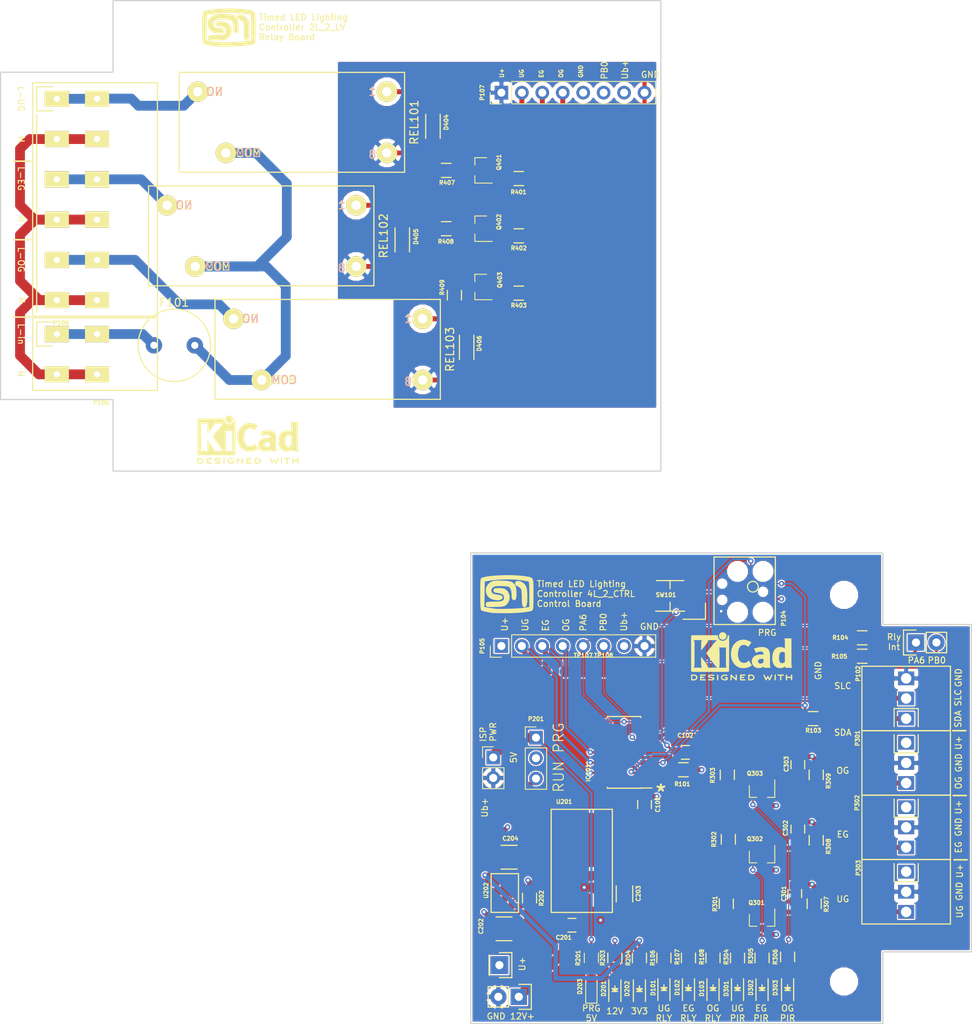
<source format=kicad_pcb>
(kicad_pcb (version 4) (host pcbnew 4.0.0-rc1-stable)
  (title_block (title "Timed LED Lighting Controller - Master Layout") (rev 4L_2))
  (layers (0 F.Cu signal) (1 Ub+ power) (2 U+ power) (31 B.Cu signal) (34 B.Paste user) (35 F.Paste user) (36 B.SilkS user) (37 F.SilkS user) (38 B.Mask user) (39 F.Mask user) (44 Edge.Cuts user))
  (net 0 "")
  (net 1 GND)
  (net 2 "/Power System/U+In")
  (net 3 /PIR13/SIG_UG)
  (net 4 /PIR13/SIG_EG)
  (net 5 /PIR13/SIG_OG)
  (net 6 "Net-(D404-Pad2)")
  (net 7 "Net-(D405-Pad2)")
  (net 8 "Net-(D406-Pad2)")
  (net 9 "/LED Driver/Relay_UG")
  (net 10 "/LED Driver/Relay_EG")
  (net 11 "/LED Driver/Relay_OG")
  (net 12 /SDA)
  (net 13 /SCL)
  (net 14 /Lin)
  (net 15 /LineUG)
  (net 16 /LineEG)
  (net 17 /LineOG)
  (net 18 /PIR13/PIR_UG)
  (net 19 /PIR13/PIR_EG)
  (net 20 /PIR13/PIR_OG)
  (net 21 "Net-(Q401-Pad3)")
  (net 22 "Net-(Q402-Pad3)")
  (net 23 "Net-(Q403-Pad3)")
  (net 24 "Net-(R202-Pad1)")
  (net 25 /RelayOG)
  (net 26 /RelayEG)
  (net 27 /RelayUG)
  (net 28 /PIR13/U+)
  (net 29 "/LED Driver/LED_DRIVER_U+")
  (net 30 "Net-(Q401-Pad1)")
  (net 31 "Net-(Q402-Pad1)")
  (net 32 "Net-(Q403-Pad1)")
  (net 33 GNDA)
  (net 34 "Net-(D301-Pad2)")
  (net 35 "Net-(D302-Pad2)")
  (net 36 "Net-(D303-Pad2)")
  (net 37 "Net-(D201-Pad2)")
  (net 38 "Net-(D202-Pad2)")
  (net 39 "Net-(SW101-Pad2)")
  (net 40 "Net-(SW101-Pad4)")
  (net 41 "Net-(U202-Pad4)")
  (net 42 /~Reset)
  (net 43 "Net-(D101-Pad2)")
  (net 44 "Net-(D102-Pad2)")
  (net 45 "Net-(D103-Pad2)")
  (net 46 "Net-(F101-Pad2)")
  (net 47 /Neutral)
  (net 48 /GPIO_PA6)
  (net 49 "Net-(P107-Pad5)")
  (net 50 "Net-(P107-Pad6)")
  (net 51 "Net-(P107-Pad7)")
  (net 52 /GPIO_PB2)
  (net 53 "Net-(P104-Pad4)")
  (net 54 "/Power System/5V")
  (net 55 "Net-(C204-Pad1)")
  (net 56 /TPICLK)
  (net 57 /TPIDATA)
  (net 58 /PIR13/Ub+)
  (net 59 "Net-(D203-Pad2)")
  (module Measurement_Points:Measurement_Point_Round-SMD-Pad_Small (layer F.Cu) (at 104.521 135.382 270)
    (fp_text reference TP106 hide)
    (fp_text value TP_RLY_OG)
    (pad 1 smd circle (at 0 0 270) (size 1.5 1.5) (layers F.Cu F.Mask) (net 25 /RelayOG))
  )
  (module Housings_SOIC:SOIC-14_3.9x8.7mm_Pitch1.27mm (layer F.Cu) (at 111.76 145.415 180)
    (fp_text reference IC101 (at 4.445 -2.54 270) (layer F.SilkS) (effects (font (size 0.508 0.508) (thickness 0.127))))
    (fp_text value ATTINY20-X)
    (pad 1 smd rect (at -2.7 -3.81 180) (size 1.5 0.6) (layers F.Cu F.Paste F.Mask) (net 58 /PIR13/Ub+))
    (pad 2 smd rect (at -2.7 -2.54 180) (size 1.5 0.6) (layers F.Cu F.Paste F.Mask) (net 56 /TPICLK))
    (pad 3 smd rect (at -2.7 -1.27 180) (size 1.5 0.6) (layers F.Cu F.Paste F.Mask) (net 57 /TPIDATA))
    (pad 4 smd rect (at -2.7 0 180) (size 1.5 0.6) (layers F.Cu F.Paste F.Mask) (net 42 /~Reset))
    (pad 5 smd rect (at -2.7 1.27 180) (size 1.5 0.6) (layers F.Cu F.Paste F.Mask) (net 52 /GPIO_PB2))
    (pad 6 smd rect (at -2.7 2.54 180) (size 1.5 0.6) (layers F.Cu F.Paste F.Mask) (net 13 /SCL))
    (pad 7 smd rect (at -2.7 3.81 180) (size 1.5 0.6) (layers F.Cu F.Paste F.Mask) (net 48 /GPIO_PA6))
    (pad 8 smd rect (at 2.7 3.81 180) (size 1.5 0.6) (layers F.Cu F.Paste F.Mask) (net 5 /PIR13/SIG_OG))
    (pad 9 smd rect (at 2.7 2.54 180) (size 1.5 0.6) (layers F.Cu F.Paste F.Mask) (net 4 /PIR13/SIG_EG))
    (pad 10 smd rect (at 2.7 1.27 180) (size 1.5 0.6) (layers F.Cu F.Paste F.Mask) (net 3 /PIR13/SIG_UG))
    (pad 11 smd rect (at 2.7 0 180) (size 1.5 0.6) (layers F.Cu F.Paste F.Mask) (net 25 /RelayOG))
    (pad 12 smd rect (at 2.7 -1.27 180) (size 1.5 0.6) (layers F.Cu F.Paste F.Mask) (net 26 /RelayEG))
    (pad 13 smd rect (at 2.7 -2.54 180) (size 1.5 0.6) (layers F.Cu F.Paste F.Mask) (net 27 /RelayUG))
    (pad 14 smd rect (at 2.7 -3.81 180) (size 1.5 0.6) (layers F.Cu F.Paste F.Mask) (net 1 GND))
  )
  (module Resistors_SMD:R_0805 (layer F.Cu) (at 116.713 170.942 270)
    (fp_text reference R106 (at 0 1.397 270) (layer F.SilkS) (effects (font (size 0.508 0.508) (thickness 0.127))))
    (fp_text value 660Ω)
    (pad 1 smd rect (at -0.95 0 270) (size 0.7 1.3) (layers F.Cu F.Paste F.Mask) (net 27 /RelayUG))
    (pad 2 smd rect (at 0.95 0 270) (size 0.7 1.3) (layers F.Cu F.Paste F.Mask) (net 43 "Net-(D101-Pad2)"))
  )
  (module LEDs:LED_0805 (layer F.Cu) (at 116.713 174.625 90)
    (fp_text reference D101 (at -0.0254 -1.3462 90) (layer F.SilkS) (effects (font (size 0.508 0.508) (thickness 0.127))))
    (fp_text value LED_UG)
    (pad 2 smd rect (at 1.04902 0 270) (size 1.19888 1.19888) (layers F.Cu F.Paste F.Mask) (net 43 "Net-(D101-Pad2)"))
    (pad 1 smd rect (at -1.04902 0 270) (size 1.19888 1.19888) (layers F.Cu F.Paste F.Mask) (net 1 GND))
  )
  (module Capacitors_SMD:C_0805 (layer F.Cu) (at 114.3 151.892 270)
    (fp_text reference C101 (at 0 -1.651 270) (layer F.SilkS) (effects (font (size 0.508 0.508) (thickness 0.127))))
    (fp_text value "100n 50V")
    (pad 1 smd rect (at -1 0 270) (size 1 1.25) (layers F.Cu F.Paste F.Mask) (net 58 /PIR13/Ub+))
    (pad 2 smd rect (at 1 0 270) (size 1 1.25) (layers F.Cu F.Paste F.Mask) (net 1 GND))
  )
  (module Capacitors_SMD:C_0805 (layer F.Cu) (at 105.283 166.878)
    (fp_text reference C201 (at -1.016 1.524) (layer F.SilkS) (effects (font (size 0.508 0.508) (thickness 0.127))))
    (fp_text value "0.1μF 50V")
    (pad 1 smd rect (at -1 0) (size 1 1.25) (layers F.Cu F.Paste F.Mask) (net 2 "/Power System/U+In"))
    (pad 2 smd rect (at 1 0) (size 1 1.25) (layers F.Cu F.Paste F.Mask) (net 1 GND))
  )
  (module Capacitors_SMD:C_1210 (layer F.Cu) (at 96.8375 167.3225)
    (fp_text reference C202 (at -2.8575 -0.3175 90) (layer F.SilkS) (effects (font (size 0.508 0.508) (thickness 0.127))))
    (fp_text value "1μF 25V")
    (pad 1 smd rect (at -1.5 0) (size 1 2.5) (layers F.Cu F.Paste F.Mask) (net 28 /PIR13/U+))
    (pad 2 smd rect (at 1.5 0) (size 1 2.5) (layers F.Cu F.Paste F.Mask) (net 1 GND))
  )
  (module Capacitors_SMD:C_1210 (layer F.Cu) (at 97.4725 158.4325)
    (fp_text reference C204 (at 0.1651 -2.3241) (layer F.SilkS) (effects (font (size 0.508 0.508) (thickness 0.127))))
    (fp_text value "2.2μF 16V")
    (pad 1 smd rect (at -1.5 0) (size 1 2.5) (layers F.Cu F.Paste F.Mask) (net 55 "Net-(C204-Pad1)"))
    (pad 2 smd rect (at 1.5 0) (size 1 2.5) (layers F.Cu F.Paste F.Mask) (net 1 GND))
  )
  (module Capacitors_SMD:C_0805 (layer F.Cu) (at 132.969 162.941 90)
    (fp_text reference C301 (at -0.0254 -1.3462 90) (layer F.SilkS) (effects (font (size 0.508 0.508) (thickness 0.127))))
    (fp_text value "100nF 50V")
    (pad 1 smd rect (at -1 0 90) (size 1 1.25) (layers F.Cu F.Paste F.Mask) (net 1 GND))
    (pad 2 smd rect (at 1 0 90) (size 1 1.25) (layers F.Cu F.Paste F.Mask) (net 28 /PIR13/U+))
  )
  (module Capacitors_SMD:C_0805 (layer F.Cu) (at 133.35 154.94 90)
    (fp_text reference C302 (at 0.127 -1.524 90) (layer F.SilkS) (effects (font (size 0.508 0.508) (thickness 0.127))))
    (fp_text value "100nF 50V")
    (pad 1 smd rect (at -1 0 90) (size 1 1.25) (layers F.Cu F.Paste F.Mask) (net 1 GND))
    (pad 2 smd rect (at 1 0 90) (size 1 1.25) (layers F.Cu F.Paste F.Mask) (net 28 /PIR13/U+))
  )
  (module Capacitors_SMD:C_0805 (layer F.Cu) (at 133.35 146.939 90)
    (fp_text reference C303 (at 0.0762 -1.4224 90) (layer F.SilkS) (effects (font (size 0.508 0.508) (thickness 0.127))))
    (fp_text value "100nF 50V")
    (pad 1 smd rect (at -1 0 90) (size 1 1.25) (layers F.Cu F.Paste F.Mask) (net 1 GND))
    (pad 2 smd rect (at 1 0 90) (size 1 1.25) (layers F.Cu F.Paste F.Mask) (net 28 /PIR13/U+))
  )
  (module LEDs:LED_0805 (layer F.Cu) (at 110.617 174.752 90)
    (fp_text reference D201 (at 0 -1.397 90) (layer F.SilkS) (effects (font (size 0.508 0.508) (thickness 0.127))))
    (fp_text value 12VDC)
    (pad 2 smd rect (at 1.04902 0 270) (size 1.19888 1.19888) (layers F.Cu F.Paste F.Mask) (net 37 "Net-(D201-Pad2)"))
    (pad 1 smd rect (at -1.04902 0 270) (size 1.19888 1.19888) (layers F.Cu F.Paste F.Mask) (net 1 GND))
  )
  (module LEDs:LED_0805 (layer F.Cu) (at 113.665 174.752 90)
    (fp_text reference D202 (at 0 -1.524 90) (layer F.SilkS) (effects (font (size 0.508 0.508) (thickness 0.127))))
    (fp_text value 3V3DC)
    (pad 2 smd rect (at 1.04902 0 270) (size 1.19888 1.19888) (layers F.Cu F.Paste F.Mask) (net 38 "Net-(D202-Pad2)"))
    (pad 1 smd rect (at -1.04902 0 270) (size 1.19888 1.19888) (layers F.Cu F.Paste F.Mask) (net 1 GND))
  )
  (module LEDs:LED_0805 (layer F.Cu) (at 125.857 174.625 90)
    (fp_text reference D301 (at -0.127 -1.397 90) (layer F.SilkS) (effects (font (size 0.508 0.508) (thickness 0.127))))
    (fp_text value LED__SIG_UG)
    (pad 2 smd rect (at 1.04902 0 270) (size 1.19888 1.19888) (layers F.Cu F.Paste F.Mask) (net 34 "Net-(D301-Pad2)"))
    (pad 1 smd rect (at -1.04902 0 270) (size 1.19888 1.19888) (layers F.Cu F.Paste F.Mask) (net 1 GND))
  )
  (module LEDs:LED_0805 (layer F.Cu) (at 128.905 174.625 90)
    (fp_text reference D302 (at 0 -1.397 90) (layer F.SilkS) (effects (font (size 0.508 0.508) (thickness 0.127))))
    (fp_text value LED__SIG_EG)
    (pad 2 smd rect (at 1.04902 0 270) (size 1.19888 1.19888) (layers F.Cu F.Paste F.Mask) (net 35 "Net-(D302-Pad2)"))
    (pad 1 smd rect (at -1.04902 0 270) (size 1.19888 1.19888) (layers F.Cu F.Paste F.Mask) (net 1 GND))
  )
  (module LEDs:LED_0805 (layer F.Cu) (at 132.08 174.625 90)
    (fp_text reference D303 (at -0.0254 -1.524 90) (layer F.SilkS) (effects (font (size 0.508 0.508) (thickness 0.127))))
    (fp_text value LED__SIG_OG)
    (pad 2 smd rect (at 1.04902 0 270) (size 1.19888 1.19888) (layers F.Cu F.Paste F.Mask) (net 36 "Net-(D303-Pad2)"))
    (pad 1 smd rect (at -1.04902 0 270) (size 1.19888 1.19888) (layers F.Cu F.Paste F.Mask) (net 1 GND))
  )
  (module Diodes_SMD:SOD-123 (layer F.Cu) (at 88.011 67.183 90)
    (fp_text reference D404 (at 0 1.651 90) (layer F.SilkS) (effects (font (size 0.508 0.508) (thickness 0.127))))
    (fp_text value 1N4148W)
    (pad 1 smd rect (at -1.635 0 90) (size 0.91 1.22) (layers F.Cu F.Paste F.Mask) (net 29 "/LED Driver/LED_DRIVER_U+"))
    (pad 2 smd rect (at 1.635 0 90) (size 0.91 1.22) (layers F.Cu F.Paste F.Mask) (net 6 "Net-(D404-Pad2)"))
  )
  (module Diodes_SMD:SOD-123 (layer F.Cu) (at 84.201 81.28 90)
    (fp_text reference D405 (at -0.1016 1.7018 90) (layer F.SilkS) (effects (font (size 0.508 0.508) (thickness 0.127))))
    (fp_text value 1N4148W)
    (pad 1 smd rect (at -1.635 0 90) (size 0.91 1.22) (layers F.Cu F.Paste F.Mask) (net 29 "/LED Driver/LED_DRIVER_U+"))
    (pad 2 smd rect (at 1.635 0 90) (size 0.91 1.22) (layers F.Cu F.Paste F.Mask) (net 7 "Net-(D405-Pad2)"))
  )
  (module Diodes_SMD:SOD-123 (layer F.Cu) (at 92.202 94.615 90)
    (fp_text reference D406 (at -0.0254 1.5748 90) (layer F.SilkS) (effects (font (size 0.508 0.508) (thickness 0.127))))
    (fp_text value 1N4148W)
    (pad 1 smd rect (at -1.635 0 90) (size 0.91 1.22) (layers F.Cu F.Paste F.Mask) (net 29 "/LED Driver/LED_DRIVER_U+"))
    (pad 2 smd rect (at 1.635 0 90) (size 0.91 1.22) (layers F.Cu F.Paste F.Mask) (net 8 "Net-(D406-Pad2)"))
  )
  (module Pin_Headers:Pin_Header_Straight_1x02 (layer F.Cu) (at 98.679 175.768 270)
    (fp_text reference P101 hide)
    (fp_text value 12VDC)
    (pad 1 thru_hole rect (at 0 0 270) (size 2.032 2.032) (drill 1.016) (layers *.Cu *.Mask) (net 2 "/Power System/U+In"))
    (pad 2 thru_hole oval (at 0 2.54 270) (size 2.032 2.032) (drill 1.016) (layers *.Cu *.Mask) (net 1 GND))
  )
  (module Pin_Headers:Pin_Header_Straight_1x02 (layer F.Cu) (at 148.0312 131.7752 90)
    (fp_text reference P103 hide)
    (fp_text value Spare)
    (pad 1 thru_hole rect (at 0 0 90) (size 2.032 2.032) (drill 1.016) (layers *.Cu *.Mask) (net 48 /GPIO_PA6))
    (pad 2 thru_hole oval (at 0 2.54 90) (size 2.032 2.032) (drill 1.016) (layers *.Cu *.Mask) (net 52 /GPIO_PB2))
  )
  (module TO_SOT_Packages_SMD:SOT-23 (layer F.Cu) (at 128.905 166.243 270)
    (fp_text reference Q301 (at -2.159 0.6858 360) (layer F.SilkS) (effects (font (size 0.508 0.508) (thickness 0.127))))
    (fp_text value IRLML2502)
    (pad 1 smd rect (at -1 -0.95 270) (size 0.9 0.8) (layers F.Cu F.Paste F.Mask) (net 18 /PIR13/PIR_UG))
    (pad 2 smd rect (at -1 0.95 270) (size 0.9 0.8) (layers F.Cu F.Paste F.Mask) (net 3 /PIR13/SIG_UG))
    (pad 3 smd rect (at 1 0 270) (size 0.9 0.8) (layers F.Cu F.Paste F.Mask) (net 58 /PIR13/Ub+))
  )
  (module TO_SOT_Packages_SMD:SOT-23 (layer F.Cu) (at 128.905 158.369 270)
    (fp_text reference Q302 (at -2.2098 0.889 360) (layer F.SilkS) (effects (font (size 0.508 0.508) (thickness 0.127))))
    (fp_text value IRLML2502)
    (pad 1 smd rect (at -1 -0.95 270) (size 0.9 0.8) (layers F.Cu F.Paste F.Mask) (net 19 /PIR13/PIR_EG))
    (pad 2 smd rect (at -1 0.95 270) (size 0.9 0.8) (layers F.Cu F.Paste F.Mask) (net 4 /PIR13/SIG_EG))
    (pad 3 smd rect (at 1 0 270) (size 0.9 0.8) (layers F.Cu F.Paste F.Mask) (net 58 /PIR13/Ub+))
  )
  (module TO_SOT_Packages_SMD:SOT-23 (layer F.Cu) (at 128.905 150.241 270)
    (fp_text reference Q303 (at -2.2098 0.889 360) (layer F.SilkS) (effects (font (size 0.508 0.508) (thickness 0.127))))
    (fp_text value IRLML2502)
    (pad 1 smd rect (at -1 -0.95 270) (size 0.9 0.8) (layers F.Cu F.Paste F.Mask) (net 20 /PIR13/PIR_OG))
    (pad 2 smd rect (at -1 0.95 270) (size 0.9 0.8) (layers F.Cu F.Paste F.Mask) (net 5 /PIR13/SIG_OG))
    (pad 3 smd rect (at 1 0 270) (size 0.9 0.8) (layers F.Cu F.Paste F.Mask) (net 58 /PIR13/Ub+))
  )
  (module TO_SOT_Packages_SMD:SOT-23 (layer F.Cu) (at 93.98 73.152 180)
    (fp_text reference Q401 (at -2.2352 1.016 270) (layer F.SilkS) (effects (font (size 0.508 0.508) (thickness 0.127))))
    (fp_text value IRLML2502)
    (pad 1 smd rect (at -1 -0.95 180) (size 0.9 0.8) (layers F.Cu F.Paste F.Mask) (net 30 "Net-(Q401-Pad1)"))
    (pad 2 smd rect (at -1 0.95 180) (size 0.9 0.8) (layers F.Cu F.Paste F.Mask) (net 33 GNDA))
    (pad 3 smd rect (at 1 0 180) (size 0.9 0.8) (layers F.Cu F.Paste F.Mask) (net 21 "Net-(Q401-Pad3)"))
  )
  (module TO_SOT_Packages_SMD:SOT-23 (layer F.Cu) (at 93.98 80.391 180)
    (fp_text reference Q402 (at -2.2352 0.8382 270) (layer F.SilkS) (effects (font (size 0.508 0.508) (thickness 0.127))))
    (fp_text value IRLML2502)
    (pad 1 smd rect (at -1 -0.95 180) (size 0.9 0.8) (layers F.Cu F.Paste F.Mask) (net 31 "Net-(Q402-Pad1)"))
    (pad 2 smd rect (at -1 0.95 180) (size 0.9 0.8) (layers F.Cu F.Paste F.Mask) (net 33 GNDA))
    (pad 3 smd rect (at 1 0 180) (size 0.9 0.8) (layers F.Cu F.Paste F.Mask) (net 22 "Net-(Q402-Pad3)"))
  )
  (module TO_SOT_Packages_SMD:SOT-23 (layer F.Cu) (at 93.98 87.63 180)
    (fp_text reference Q403 (at -2.3368 0.8636 270) (layer F.SilkS) (effects (font (size 0.508 0.508) (thickness 0.127))))
    (fp_text value IRLML2502)
    (pad 1 smd rect (at -1 -0.95 180) (size 0.9 0.8) (layers F.Cu F.Paste F.Mask) (net 32 "Net-(Q403-Pad1)"))
    (pad 2 smd rect (at -1 0.95 180) (size 0.9 0.8) (layers F.Cu F.Paste F.Mask) (net 33 GNDA))
    (pad 3 smd rect (at 1 0 180) (size 0.9 0.8) (layers F.Cu F.Paste F.Mask) (net 23 "Net-(Q403-Pad3)"))
  )
  (module Resistors_SMD:R_0805 (layer F.Cu) (at 119.126 147.574)
    (fp_text reference R101 (at -0.127 1.778) (layer F.SilkS) (effects (font (size 0.508 0.508) (thickness 0.127))))
    (fp_text value 10kΩ)
    (pad 1 smd rect (at -0.95 0) (size 0.7 1.3) (layers F.Cu F.Paste F.Mask) (net 42 /~Reset))
    (pad 2 smd rect (at 0.95 0) (size 0.7 1.3) (layers F.Cu F.Paste F.Mask) (net 58 /PIR13/Ub+))
  )
  (module Resistors_SMD:R_0805 (layer F.Cu) (at 135.255 141.224 180)
    (fp_text reference R103 (at -0.0254 -1.4732 180) (layer F.SilkS) (effects (font (size 0.508 0.508) (thickness 0.127))))
    (fp_text value 0Ω)
    (pad 1 smd rect (at -0.95 0 180) (size 0.7 1.3) (layers F.Cu F.Paste F.Mask) (net 12 /SDA))
    (pad 2 smd rect (at 0.95 0 180) (size 0.7 1.3) (layers F.Cu F.Paste F.Mask) (net 57 /TPIDATA))
  )
  (module Resistors_SMD:R_0805 (layer F.Cu) (at 141.351 131.191)
    (fp_text reference R104 (at -2.7178 -0.0254) (layer F.SilkS) (effects (font (size 0.508 0.508) (thickness 0.127))))
    (fp_text value NOPOP)
    (pad 1 smd rect (at -0.95 0) (size 0.7 1.3) (layers F.Cu F.Paste F.Mask) (net 1 GND))
    (pad 2 smd rect (at 0.95 0) (size 0.7 1.3) (layers F.Cu F.Paste F.Mask) (net 48 /GPIO_PA6))
  )
  (module Resistors_SMD:R_0805 (layer F.Cu) (at 141.351 133.477)
    (fp_text reference R105 (at -2.8448 0.0254) (layer F.SilkS) (effects (font (size 0.508 0.508) (thickness 0.127))))
    (fp_text value NOPOP)
    (pad 1 smd rect (at -0.95 0) (size 0.7 1.3) (layers F.Cu F.Paste F.Mask) (net 1 GND))
    (pad 2 smd rect (at 0.95 0) (size 0.7 1.3) (layers F.Cu F.Paste F.Mask) (net 52 /GPIO_PB2))
  )
  (module Resistors_SMD:R_0805 (layer F.Cu) (at 100.0125 163.5125 90)
    (fp_text reference R202 (at -0.0127 1.4859 90) (layer F.SilkS) (effects (font (size 0.508 0.508) (thickness 0.127))))
    (fp_text value 0Ω)
    (pad 1 smd rect (at -0.95 0 90) (size 0.7 1.3) (layers F.Cu F.Paste F.Mask) (net 24 "Net-(R202-Pad1)"))
    (pad 2 smd rect (at 0.95 0 90) (size 0.7 1.3) (layers F.Cu F.Paste F.Mask) (net 28 /PIR13/U+))
  )
  (module Resistors_SMD:R_0805 (layer F.Cu) (at 110.617 170.942 270)
    (fp_text reference R203 (at 0 1.524 270) (layer F.SilkS) (effects (font (size 0.508 0.508) (thickness 0.127))))
    (fp_text value 2k4Ω)
    (pad 1 smd rect (at -0.95 0 270) (size 0.7 1.3) (layers F.Cu F.Paste F.Mask) (net 28 /PIR13/U+))
    (pad 2 smd rect (at 0.95 0 270) (size 0.7 1.3) (layers F.Cu F.Paste F.Mask) (net 37 "Net-(D201-Pad2)"))
  )
  (module Resistors_SMD:R_0805 (layer F.Cu) (at 113.665 170.942 270)
    (fp_text reference R204 (at 0 1.397 270) (layer F.SilkS) (effects (font (size 0.508 0.508) (thickness 0.127))))
    (fp_text value 660Ω)
    (pad 1 smd rect (at -0.95 0 270) (size 0.7 1.3) (layers F.Cu F.Paste F.Mask) (net 55 "Net-(C204-Pad1)"))
    (pad 2 smd rect (at 0.95 0 270) (size 0.7 1.3) (layers F.Cu F.Paste F.Mask) (net 38 "Net-(D202-Pad2)"))
  )
  (module Resistors_SMD:R_0805 (layer F.Cu) (at 124.46 164.211 270)
    (fp_text reference R301 (at 0 1.397 270) (layer F.SilkS) (effects (font (size 0.508 0.508) (thickness 0.127))))
    (fp_text value 1kΩ)
    (pad 1 smd rect (at -0.95 0 270) (size 0.7 1.3) (layers F.Cu F.Paste F.Mask) (net 1 GND))
    (pad 2 smd rect (at 0.95 0 270) (size 0.7 1.3) (layers F.Cu F.Paste F.Mask) (net 3 /PIR13/SIG_UG))
  )
  (module Resistors_SMD:R_0805 (layer F.Cu) (at 124.714 156.21 270)
    (fp_text reference R302 (at 0.01016 1.78308 270) (layer F.SilkS) (effects (font (size 0.508 0.508) (thickness 0.127))))
    (fp_text value 1kΩ)
    (pad 1 smd rect (at -0.95 0 270) (size 0.7 1.3) (layers F.Cu F.Paste F.Mask) (net 1 GND))
    (pad 2 smd rect (at 0.95 0 270) (size 0.7 1.3) (layers F.Cu F.Paste F.Mask) (net 4 /PIR13/SIG_EG))
  )
  (module Resistors_SMD:R_0805 (layer F.Cu) (at 124.587 148.209 270)
    (fp_text reference R303 (at 0.06604 1.82372 270) (layer F.SilkS) (effects (font (size 0.508 0.508) (thickness 0.127))))
    (fp_text value 1kΩ)
    (pad 1 smd rect (at -0.95 0 270) (size 0.7 1.3) (layers F.Cu F.Paste F.Mask) (net 1 GND))
    (pad 2 smd rect (at 0.95 0 270) (size 0.7 1.3) (layers F.Cu F.Paste F.Mask) (net 5 /PIR13/SIG_OG))
  )
  (module Resistors_SMD:R_0805 (layer F.Cu) (at 125.857 170.942 90)
    (fp_text reference R304 (at 0.127 -1.397 90) (layer F.SilkS) (effects (font (size 0.508 0.508) (thickness 0.127))))
    (fp_text value 660Ω)
    (pad 1 smd rect (at -0.95 0 90) (size 0.7 1.3) (layers F.Cu F.Paste F.Mask) (net 34 "Net-(D301-Pad2)"))
    (pad 2 smd rect (at 0.95 0 90) (size 0.7 1.3) (layers F.Cu F.Paste F.Mask) (net 3 /PIR13/SIG_UG))
  )
  (module Resistors_SMD:R_0805 (layer F.Cu) (at 128.905 170.942 90)
    (fp_text reference R305 (at 0.254 -1.397 90) (layer F.SilkS) (effects (font (size 0.508 0.508) (thickness 0.127))))
    (fp_text value 660Ω)
    (pad 1 smd rect (at -0.95 0 90) (size 0.7 1.3) (layers F.Cu F.Paste F.Mask) (net 35 "Net-(D302-Pad2)"))
    (pad 2 smd rect (at 0.95 0 90) (size 0.7 1.3) (layers F.Cu F.Paste F.Mask) (net 4 /PIR13/SIG_EG))
  )
  (module Resistors_SMD:R_0805 (layer F.Cu) (at 132.08 170.815 90)
    (fp_text reference R306 (at 0 -1.524 90) (layer F.SilkS) (effects (font (size 0.508 0.508) (thickness 0.127))))
    (fp_text value 660Ω)
    (pad 1 smd rect (at -0.95 0 90) (size 0.7 1.3) (layers F.Cu F.Paste F.Mask) (net 36 "Net-(D303-Pad2)"))
    (pad 2 smd rect (at 0.95 0 90) (size 0.7 1.3) (layers F.Cu F.Paste F.Mask) (net 5 /PIR13/SIG_OG))
  )
  (module Resistors_SMD:R_0805 (layer F.Cu) (at 135.382 164.211 90)
    (fp_text reference R307 (at -0.0762 1.524 90) (layer F.SilkS) (effects (font (size 0.508 0.508) (thickness 0.127))))
    (fp_text value 10kΩ)
    (pad 1 smd rect (at -0.95 0 90) (size 0.7 1.3) (layers F.Cu F.Paste F.Mask) (net 18 /PIR13/PIR_UG))
    (pad 2 smd rect (at 0.95 0 90) (size 0.7 1.3) (layers F.Cu F.Paste F.Mask) (net 28 /PIR13/U+))
  )
  (module Resistors_SMD:R_0805 (layer F.Cu) (at 135.636 156.337 90)
    (fp_text reference R308 (at -0.762 1.524 90) (layer F.SilkS) (effects (font (size 0.508 0.508) (thickness 0.127))))
    (fp_text value 10kΩ)
    (pad 1 smd rect (at -0.95 0 90) (size 0.7 1.3) (layers F.Cu F.Paste F.Mask) (net 19 /PIR13/PIR_EG))
    (pad 2 smd rect (at 0.95 0 90) (size 0.7 1.3) (layers F.Cu F.Paste F.Mask) (net 28 /PIR13/U+))
  )
  (module Resistors_SMD:R_0805 (layer F.Cu) (at 135.636 148.209 90)
    (fp_text reference R309 (at -0.762 1.524 270) (layer F.SilkS) (effects (font (size 0.508 0.508) (thickness 0.127))))
    (fp_text value 10kΩ)
    (pad 1 smd rect (at -0.95 0 90) (size 0.7 1.3) (layers F.Cu F.Paste F.Mask) (net 20 /PIR13/PIR_OG))
    (pad 2 smd rect (at 0.95 0 90) (size 0.7 1.3) (layers F.Cu F.Paste F.Mask) (net 28 /PIR13/U+))
  )
  (module Resistors_SMD:R_0805 (layer F.Cu) (at 98.679 74.168)
    (fp_text reference R401 (at -0.0254 1.6764) (layer F.SilkS) (effects (font (size 0.508 0.508) (thickness 0.127))))
    (fp_text value 10kΩ)
    (pad 1 smd rect (at -0.95 0) (size 0.7 1.3) (layers F.Cu F.Paste F.Mask) (net 30 "Net-(Q401-Pad1)"))
    (pad 2 smd rect (at 0.95 0) (size 0.7 1.3) (layers F.Cu F.Paste F.Mask) (net 9 "/LED Driver/Relay_UG"))
  )
  (module Resistors_SMD:R_0805 (layer F.Cu) (at 98.679 81.28)
    (fp_text reference R402 (at 0 1.524) (layer F.SilkS) (effects (font (size 0.508 0.508) (thickness 0.127))))
    (fp_text value 10kΩ)
    (pad 1 smd rect (at -0.95 0) (size 0.7 1.3) (layers F.Cu F.Paste F.Mask) (net 31 "Net-(Q402-Pad1)"))
    (pad 2 smd rect (at 0.95 0) (size 0.7 1.3) (layers F.Cu F.Paste F.Mask) (net 10 "/LED Driver/Relay_EG"))
  )
  (module Resistors_SMD:R_0805 (layer F.Cu) (at 98.679 88.392)
    (fp_text reference R403 (at 0 1.524) (layer F.SilkS) (effects (font (size 0.508 0.508) (thickness 0.127))))
    (fp_text value 10kΩ)
    (pad 1 smd rect (at -0.95 0) (size 0.7 1.3) (layers F.Cu F.Paste F.Mask) (net 32 "Net-(Q403-Pad1)"))
    (pad 2 smd rect (at 0.95 0) (size 0.7 1.3) (layers F.Cu F.Paste F.Mask) (net 11 "/LED Driver/Relay_OG"))
  )
  (module Resistors_SMD:R_0805 (layer F.Cu) (at 89.662 73.152)
    (fp_text reference R407 (at 0.1016 1.524) (layer F.SilkS) (effects (font (size 0.508 0.508) (thickness 0.127))))
    (fp_text value 10kΩ)
    (pad 1 smd rect (at -0.95 0) (size 0.7 1.3) (layers F.Cu F.Paste F.Mask) (net 6 "Net-(D404-Pad2)"))
    (pad 2 smd rect (at 0.95 0) (size 0.7 1.3) (layers F.Cu F.Paste F.Mask) (net 21 "Net-(Q401-Pad3)"))
  )
  (module Resistors_SMD:R_0805 (layer F.Cu) (at 89.662 80.391)
    (fp_text reference R408 (at -0.0508 1.6002) (layer F.SilkS) (effects (font (size 0.508 0.508) (thickness 0.127))))
    (fp_text value 10kΩ)
    (pad 1 smd rect (at -0.95 0) (size 0.7 1.3) (layers F.Cu F.Paste F.Mask) (net 7 "Net-(D405-Pad2)"))
    (pad 2 smd rect (at 0.95 0) (size 0.7 1.3) (layers F.Cu F.Paste F.Mask) (net 22 "Net-(Q402-Pad3)"))
  )
  (module Resistors_SMD:R_0805 (layer F.Cu) (at 90.678 88.646 90)
    (fp_text reference R409 (at 0.9652 -1.524 90) (layer F.SilkS) (effects (font (size 0.508 0.508) (thickness 0.127))))
    (fp_text value 10kΩ)
    (pad 1 smd rect (at -0.95 0 90) (size 0.7 1.3) (layers F.Cu F.Paste F.Mask) (net 8 "Net-(D406-Pad2)"))
    (pad 2 smd rect (at 0.95 0 90) (size 0.7 1.3) (layers F.Cu F.Paste F.Mask) (net 23 "Net-(Q403-Pad3)"))
  )
  (module tl2c-footprint:PTS525SM15SMTR2LFS (layer F.Cu) (at 117.475 125.984 180)
    (fp_text reference SW101 (at 0.508 0.127 180) (layer F.SilkS) (effects (font (size 0.508 0.508) (thickness 0.127))))
    (fp_text value TL3315NF160Q hide)
    (pad 1 smd rect (at -3.2 -1.9 180) (size 1.6 1) (layers F.Cu F.Paste F.Mask) (net 42 /~Reset))
    (pad 2 smd rect (at 3.2 -1.9 180) (size 1.6 1) (layers F.Cu F.Paste F.Mask) (net 39 "Net-(SW101-Pad2)"))
    (pad 3 smd rect (at -3.2 1.9 180) (size 1.6 1) (layers F.Cu F.Paste F.Mask) (net 1 GND))
    (pad 4 smd rect (at 3.2 1.9 180) (size 1.6 1) (layers F.Cu F.Paste F.Mask) (net 40 "Net-(SW101-Pad4)"))
  )
  (module Measurement_Points:Measurement_Point_Round-SMD-Pad_Small (layer F.Cu) (at 137.795 135.382 180)
    (fp_text reference TP101 hide)
    (fp_text value TPGND)
    (pad 1 smd circle (at 0 0 180) (size 1.5 1.5) (layers F.Cu F.Mask) (net 1 GND))
  )
  (module Measurement_Points:Measurement_Point_Round-SMD-Pad_Small (layer F.Cu) (at 138.938 138.684 180)
    (fp_text reference TP102 hide)
    (fp_text value TPSCL)
    (pad 1 smd circle (at 0 0 180) (size 1.5 1.5) (layers F.Cu F.Mask) (net 13 /SCL))
  )
  (module Measurement_Points:Measurement_Point_Round-SMD-Pad_Small (layer F.Cu) (at 138.938 141.224 180)
    (fp_text reference TP103 hide)
    (fp_text value TPSDA)
    (pad 1 smd circle (at 0 0 180) (size 1.5 1.5) (layers F.Cu F.Mask) (net 12 /SDA))
  )
  (module Measurement_Points:Measurement_Point_Round-SMD-Pad_Small (layer F.Cu) (at 94.742 154.686 90)
    (fp_text reference TP201 hide)
    (fp_text value TP3V3)
    (pad 1 smd circle (at 0 0 90) (size 1.5 1.5) (layers F.Cu F.Mask) (net 55 "Net-(C204-Pad1)"))
  )
  (module Measurement_Points:Measurement_Point_Round-SMD-Pad_Small (layer F.Cu) (at 138.938 165.227)
    (fp_text reference TP301 hide)
    (fp_text value TP_UG)
    (pad 1 smd circle (at 0 0) (size 1.5 1.5) (layers F.Cu F.Mask) (net 18 /PIR13/PIR_UG))
  )
  (module Measurement_Points:Measurement_Point_Round-SMD-Pad_Small (layer F.Cu) (at 138.938 157.226)
    (fp_text reference TP302 hide)
    (fp_text value TP_EG)
    (pad 1 smd circle (at 0 0) (size 1.5 1.5) (layers F.Cu F.Mask) (net 19 /PIR13/PIR_EG))
  )
  (module Measurement_Points:Measurement_Point_Round-SMD-Pad_Small (layer F.Cu) (at 138.938 149.225)
    (fp_text reference TP303 hide)
    (fp_text value TP_EG)
    (pad 1 smd circle (at 0 0) (size 1.5 1.5) (layers F.Cu F.Mask) (net 20 /PIR13/PIR_OG))
  )
  (module tl2c-footprint:TPS70933DBVR (layer F.Cu) (at 96.8375 162.8775)
    (fp_text reference U202 (at -2.2225 -0.3175 90) (layer F.SilkS) (effects (font (size 0.508 0.508) (thickness 0.127))))
    (fp_text value TPS70933)
    (pad 5 smd rect (at -0.95 -1.35) (size 0.74 1.19) (layers F.Cu F.Paste F.Mask) (net 55 "Net-(C204-Pad1)"))
    (pad 4 smd rect (at 0.95 -1.35) (size 0.74 1.19) (layers F.Cu F.Paste F.Mask) (net 41 "Net-(U202-Pad4)"))
    (pad 2 smd rect (at 0 1.35) (size 0.74 1.19) (layers F.Cu F.Paste F.Mask) (net 1 GND))
    (pad 1 smd rect (at -0.95 1.35) (size 0.74 1.19) (layers F.Cu F.Paste F.Mask) (net 28 /PIR13/U+))
    (pad 3 smd rect (at 0.95 1.35) (size 0.74 1.19) (layers F.Cu F.Paste F.Mask) (net 24 "Net-(R202-Pad1)"))
  )
  (module LEDs:LED_0805 (layer F.Cu) (at 119.761 174.625 90)
    (fp_text reference D102 (at 0 -1.397 90) (layer F.SilkS) (effects (font (size 0.508 0.508) (thickness 0.127))))
    (fp_text value LED_EG)
    (pad 2 smd rect (at 1.04902 0 270) (size 1.19888 1.19888) (layers F.Cu F.Paste F.Mask) (net 44 "Net-(D102-Pad2)"))
    (pad 1 smd rect (at -1.04902 0 270) (size 1.19888 1.19888) (layers F.Cu F.Paste F.Mask) (net 1 GND))
  )
  (module LEDs:LED_0805 (layer F.Cu) (at 122.809 174.625 90)
    (fp_text reference D103 (at -0.127 -1.397 90) (layer F.SilkS) (effects (font (size 0.508 0.508) (thickness 0.127))))
    (fp_text value LED_OG)
    (pad 2 smd rect (at 1.04902 0 270) (size 1.19888 1.19888) (layers F.Cu F.Paste F.Mask) (net 45 "Net-(D103-Pad2)"))
    (pad 1 smd rect (at -1.04902 0 270) (size 1.19888 1.19888) (layers F.Cu F.Paste F.Mask) (net 1 GND))
  )
  (module Resistors_SMD:R_0805 (layer F.Cu) (at 119.761 170.942 270)
    (fp_text reference R107 (at -0.127 1.397 270) (layer F.SilkS) (effects (font (size 0.508 0.508) (thickness 0.127))))
    (fp_text value 660Ω)
    (pad 1 smd rect (at -0.95 0 270) (size 0.7 1.3) (layers F.Cu F.Paste F.Mask) (net 26 /RelayEG))
    (pad 2 smd rect (at 0.95 0 270) (size 0.7 1.3) (layers F.Cu F.Paste F.Mask) (net 44 "Net-(D102-Pad2)"))
  )
  (module Resistors_SMD:R_0805 (layer F.Cu) (at 122.809 170.942 270)
    (fp_text reference R108 (at -0.127 1.397 270) (layer F.SilkS) (effects (font (size 0.508 0.508) (thickness 0.127))))
    (fp_text value 660Ω)
    (pad 1 smd rect (at -0.95 0 270) (size 0.7 1.3) (layers F.Cu F.Paste F.Mask) (net 25 /RelayOG))
    (pad 2 smd rect (at 0.95 0 270) (size 0.7 1.3) (layers F.Cu F.Paste F.Mask) (net 45 "Net-(D103-Pad2)"))
  )
  (module Pin_Headers:Pin_Header_Straight_1x01 (layer F.Cu) (at 96.266 171.831 270)
    (fp_text reference TP202 hide)
    (fp_text value TP12V)
    (pad 1 thru_hole rect (at 0 0 270) (size 2.2352 2.2352) (drill 1.016) (layers *.Cu *.Mask) (net 28 /PIR13/U+))
  )
  (module Measurement_Points:Measurement_Point_Round-SMD-Pad_Small (layer F.Cu) (at 99.441 135.382 270)
    (fp_text reference TP104 hide)
    (fp_text value TP_RLY_UG)
    (pad 1 smd circle (at 0 0 270) (size 1.5 1.5) (layers F.Cu F.Mask) (net 27 /RelayUG))
  )
  (module Measurement_Points:Measurement_Point_Round-SMD-Pad_Small (layer F.Cu) (at 101.981 135.382 270)
    (fp_text reference TP105 hide)
    (fp_text value TP_RLY_EG)
    (pad 1 smd circle (at 0 0 270) (size 1.5 1.5) (layers F.Cu F.Mask) (net 26 /RelayEG))
  )
  (module Symbols:KiCad-Logo2_6mm_SilkScreen (layer F.Cu) (at 65.024 106.5784)
    (fp_text reference REF*** hide)
    (fp_text value KiCad-Logo2_6mm_SilkScreen hide)
  )
  (module tl2c-footprint:MyBasic_rounded_50_1 (layer F.Cu) (at 62.611 55.372)
    (fp_text reference G*** hide)
    (fp_text value LOGO hide)
  )
  (module tl2c-footprint:MyBasic_rounded_50_1 (layer F.Cu) (at 97.155 125.73)
    (fp_text reference G*** hide)
    (fp_text value LOGO hide)
  )
  (module Mounting_Holes:MountingHole_3.2mm_M3 (layer F.Cu) (at 53.086 59.78)
    (fp_text reference REF** hide)
    (fp_text value MountingHole_3.2mm_M3)
    (pad 1 np_thru_hole circle (at 0 0) (size 3.2 3.2) (drill 3.2) (layers *.Cu *.Mask))
  )
  (module Capacitors_SMD:C_1206 (layer F.Cu) (at 111.8108 162.9918 90)
    (fp_text reference C203 (at 0.0508 1.7272 90) (layer F.SilkS) (effects (font (size 0.508 0.508) (thickness 0.127))))
    (fp_text value "2.2μF 50V")
    (pad 1 smd rect (at -1.5 0 90) (size 1 1.6) (layers F.Cu F.Paste F.Mask) (net 28 /PIR13/U+))
    (pad 2 smd rect (at 1.5 0 90) (size 1 1.6) (layers F.Cu F.Paste F.Mask) (net 1 GND))
  )
  (module Mounting_Holes:MountingHole_3.2mm_M3 (layer F.Cu) (at 53.086 102.78)
    (fp_text reference REF** hide)
    (fp_text value MountingHole_3.2mm_M3)
    (pad 1 np_thru_hole circle (at 0 0) (size 3.2 3.2) (drill 3.2) (layers *.Cu *.Mask))
  )
  (module Mounting_Holes:MountingHole_3.2mm_M3 (layer F.Cu) (at 139.086 125.86)
    (fp_text reference REF** hide)
    (fp_text value MountingHole_3.2mm_M3)
    (pad 1 np_thru_hole circle (at 0 0) (size 3.2 3.2) (drill 3.2) (layers *.Cu *.Mask))
  )
  (module Mounting_Holes:MountingHole_3.2mm_M3 (layer F.Cu) (at 139.086 173.86)
    (fp_text reference REF** hide)
    (fp_text value MountingHole_3.2mm_M3)
    (pad 1 np_thru_hole circle (at 0 0) (size 3.2 3.2) (drill 3.2) (layers *.Cu *.Mask))
  )
  (module Symbols:KiCad-Logo2_6mm_SilkScreen (layer F.Cu) (at 126.365 133.477)
    (fp_text reference REF*** hide)
    (fp_text value KiCad-Logo2_6mm_SilkScreen hide)
  )
  (module Capacitors_SMD:C_0805 (layer F.Cu) (at 119.38 145.415)
    (fp_text reference C102 (at 0 -2.1) (layer F.SilkS) (effects (font (size 0.508 0.508) (thickness 0.127))))
    (fp_text value "100n 50V")
    (pad 1 smd rect (at -1 0) (size 1 1.25) (layers F.Cu F.Paste F.Mask) (net 42 /~Reset))
    (pad 2 smd rect (at 1 0) (size 1 1.25) (layers F.Cu F.Paste F.Mask) (net 1 GND))
  )
  (module tl2c-footprint:Spring_Terminal_Block_1_x_3 (layer F.Cu) (at 146.812 141.224 180)
    (fp_text reference P102 (at 5.969 5.588 270) (layer F.SilkS) (effects (font (size 0.508 0.508) (thickness 0.127))))
    (fp_text value "I2C Master")
    (pad 1 thru_hole rect (at 0 0 180) (size 2 1.7) (drill 1.3) (layers *.Cu *.Mask) (net 12 /SDA))
    (pad 2 thru_hole rect (at 0 2.5 180) (size 2 1.7) (drill 1.3) (layers *.Cu *.Mask) (net 13 /SCL))
    (pad 3 thru_hole rect (at 0 5 180) (size 2 1.7) (drill 1.3) (layers *.Cu *.Mask) (net 1 GND))
  )
  (module tl2c-footprint:Spring_Terminal_Block_1_x_3 (layer F.Cu) (at 146.812 144.224)
    (fp_text reference P301 (at -6.0452 -0.5616 90) (layer F.SilkS) (effects (font (size 0.508 0.508) (thickness 0.127))))
    (fp_text value CONN_PIR_OG)
    (pad 1 thru_hole rect (at 0 0) (size 2 1.7) (drill 1.3) (layers *.Cu *.Mask) (net 28 /PIR13/U+))
    (pad 2 thru_hole rect (at 0 2.5) (size 2 1.7) (drill 1.3) (layers *.Cu *.Mask) (net 1 GND))
    (pad 3 thru_hole rect (at 0 5) (size 2 1.7) (drill 1.3) (layers *.Cu *.Mask) (net 20 /PIR13/PIR_OG))
  )
  (module tl2c-footprint:Spring_Terminal_Block_1_x_3 (layer F.Cu) (at 146.812 152.224)
    (fp_text reference P302 (at -6.096 -0.5352 90) (layer F.SilkS) (effects (font (size 0.508 0.508) (thickness 0.127))))
    (fp_text value CONN_PIR_EG)
    (pad 1 thru_hole rect (at 0 0) (size 2 1.7) (drill 1.3) (layers *.Cu *.Mask) (net 28 /PIR13/U+))
    (pad 2 thru_hole rect (at 0 2.5) (size 2 1.7) (drill 1.3) (layers *.Cu *.Mask) (net 1 GND))
    (pad 3 thru_hole rect (at 0 5) (size 2 1.7) (drill 1.3) (layers *.Cu *.Mask) (net 19 /PIR13/PIR_EG))
  )
  (module tl2c-footprint:Spring_Terminal_Block_1_x_3 (layer F.Cu) (at 146.812 160.224)
    (fp_text reference P303 (at -5.9436 -0.458 90) (layer F.SilkS) (effects (font (size 0.508 0.508) (thickness 0.127))))
    (fp_text value CONN_PIR_UG)
    (pad 1 thru_hole rect (at 0 0) (size 2 1.7) (drill 1.3) (layers *.Cu *.Mask) (net 28 /PIR13/U+))
    (pad 2 thru_hole rect (at 0 2.5) (size 2 1.7) (drill 1.3) (layers *.Cu *.Mask) (net 1 GND))
    (pad 3 thru_hole rect (at 0 5) (size 2 1.7) (drill 1.3) (layers *.Cu *.Mask) (net 18 /PIR13/PIR_UG))
  )
  (module Pin_Headers:Pin_Header_Straight_1x08_Pitch2.54mm (layer F.Cu) (at 96.52 132.207 90)
    (fp_text reference P105 (at 0 -2.39 90) (layer F.SilkS) (effects (font (size 0.508 0.508) (thickness 0.127))))
    (fp_text value LED_DRIVER)
    (pad 1 thru_hole rect (at 0 0 90) (size 1.7 1.7) (drill 1) (layers *.Cu *.Mask) (net 28 /PIR13/U+))
    (pad 2 thru_hole oval (at 0 2.54 90) (size 1.7 1.7) (drill 1) (layers *.Cu *.Mask) (net 27 /RelayUG))
    (pad 3 thru_hole oval (at 0 5.08 90) (size 1.7 1.7) (drill 1) (layers *.Cu *.Mask) (net 26 /RelayEG))
    (pad 4 thru_hole oval (at 0 7.62 90) (size 1.7 1.7) (drill 1) (layers *.Cu *.Mask) (net 25 /RelayOG))
    (pad 5 thru_hole oval (at 0 10.16 90) (size 1.7 1.7) (drill 1) (layers *.Cu *.Mask) (net 48 /GPIO_PA6))
    (pad 6 thru_hole oval (at 0 12.7 90) (size 1.7 1.7) (drill 1) (layers *.Cu *.Mask) (net 52 /GPIO_PB2))
    (pad 7 thru_hole oval (at 0 15.24 90) (size 1.7 1.7) (drill 1) (layers *.Cu *.Mask) (net 58 /PIR13/Ub+))
    (pad 8 thru_hole oval (at 0 17.78 90) (size 1.7 1.7) (drill 1) (layers *.Cu *.Mask) (net 1 GND))
  )
  (module Pin_Headers:Pin_Header_Straight_1x08_Pitch2.54mm (layer F.Cu) (at 96.52 63.5 90)
    (fp_text reference P107 (at 0 -2.39 90) (layer F.SilkS) (effects (font (size 0.508 0.508) (thickness 0.127))))
    (fp_text value LED_DRIVER)
    (pad 1 thru_hole rect (at 0 0 90) (size 1.7 1.7) (drill 1) (layers *.Cu *.Mask) (net 29 "/LED Driver/LED_DRIVER_U+"))
    (pad 2 thru_hole oval (at 0 2.54 90) (size 1.7 1.7) (drill 1) (layers *.Cu *.Mask) (net 9 "/LED Driver/Relay_UG"))
    (pad 3 thru_hole oval (at 0 5.08 90) (size 1.7 1.7) (drill 1) (layers *.Cu *.Mask) (net 10 "/LED Driver/Relay_EG"))
    (pad 4 thru_hole oval (at 0 7.62 90) (size 1.7 1.7) (drill 1) (layers *.Cu *.Mask) (net 11 "/LED Driver/Relay_OG"))
    (pad 5 thru_hole oval (at 0 10.16 90) (size 1.7 1.7) (drill 1) (layers *.Cu *.Mask) (net 49 "Net-(P107-Pad5)"))
    (pad 6 thru_hole oval (at 0 12.7 90) (size 1.7 1.7) (drill 1) (layers *.Cu *.Mask) (net 50 "Net-(P107-Pad6)"))
    (pad 7 thru_hole oval (at 0 15.24 90) (size 1.7 1.7) (drill 1) (layers *.Cu *.Mask) (net 51 "Net-(P107-Pad7)"))
    (pad 8 thru_hole oval (at 0 17.78 90) (size 1.7 1.7) (drill 1) (layers *.Cu *.Mask) (net 33 GNDA))
  )
  (module Measurement_Points:Measurement_Point_Round-SMD-Pad_Small (layer F.Cu) (at 106.68 135.382)
    (fp_text reference TP107 (at 0 -2) (layer F.SilkS) (effects (font (size 0.508 0.508) (thickness 0.127))))
    (fp_text value PA6)
    (pad 1 smd circle (at 0 0) (size 1.5 1.5) (layers F.Cu F.Mask) (net 48 /GPIO_PA6))
  )
  (module Measurement_Points:Measurement_Point_Round-SMD-Pad_Small (layer F.Cu) (at 109.22 135.382)
    (fp_text reference TP108 (at 0 -2) (layer F.SilkS) (effects (font (size 0.508 0.508) (thickness 0.127))))
    (fp_text value PB0)
    (pad 1 smd circle (at 0 0) (size 1.5 1.5) (layers F.Cu F.Mask) (net 52 /GPIO_PB2))
  )
  (module tl2c-footprint:LF120ABDT-TR (layer F.Cu) (at 106.5022 156.2862 270)
    (fp_text reference U201 (at -4.7498 2.1844 360) (layer F.SilkS) (effects (font (size 0.508 0.508) (thickness 0.127))))
    (fp_text value LF120ABDT-TR)
    (pad 3 smd rect (at 0 0 270) (size 6.7 6.7) (layers F.Cu F.Paste F.Mask) (net 1 GND))
    (pad 2 smd rect (at 6.65 -2.3 270) (size 3 1.6) (layers F.Cu F.Paste F.Mask) (net 28 /PIR13/U+))
    (pad 1 smd rect (at 6.65 2.3 270) (size 3 1.6) (layers F.Cu F.Paste F.Mask) (net 2 "/Power System/U+In"))
  )
  (module tl2c-footprint:Spring_Terminal_Block_1_x_2_5mm (layer F.Cu) (at 41.275 93.472)
    (fp_text reference P106 (at 5.5 8.5) (layer F.SilkS) (effects (font (size 0.508 0.508) (thickness 0.127))))
    (fp_text value 240VAC)
    (pad 1 thru_hole rect (at 0 0) (size 3 2) (drill 0.762) (layers *.Cu *.Mask F.SilkS) (net 14 /Lin))
    (pad 2 thru_hole rect (at 0 5) (size 3 2) (drill 0.762) (layers *.Cu *.Mask F.SilkS) (net 47 /Neutral))
    (pad 3 thru_hole rect (at 5 5) (size 3 2) (drill 0.762) (layers *.Cu *.Mask F.SilkS) (net 47 /Neutral))
    (pad 4 thru_hole rect (at 5 0) (size 3 2) (drill 0.762) (layers *.Cu *.Mask F.SilkS) (net 14 /Lin))
  )
  (module tl2c-footprint:Spring_Terminal_Block_1_x_6_5mm (layer F.Cu) (at 41.275 64.262)
    (fp_text reference P108 (at 0.508 27.813) (layer F.SilkS) (effects (font (size 0.508 0.508) (thickness 0.127))))
    (fp_text value LED_OUT)
    (pad 1 thru_hole rect (at 0 0) (size 3 2) (drill 0.762) (layers *.Cu *.Mask F.SilkS) (net 15 /LineUG))
    (pad 2 thru_hole rect (at 0 5) (size 3 2) (drill 0.762) (layers *.Cu *.Mask F.SilkS) (net 47 /Neutral))
    (pad 3 thru_hole rect (at 0 10) (size 3 2) (drill 0.762) (layers *.Cu *.Mask F.SilkS) (net 16 /LineEG))
    (pad 4 thru_hole rect (at 0 15) (size 3 2) (drill 0.762) (layers *.Cu *.Mask F.SilkS) (net 47 /Neutral))
    (pad 5 thru_hole rect (at 0 20) (size 3 2) (drill 0.762) (layers *.Cu *.Mask F.SilkS) (net 17 /LineOG))
    (pad 6 thru_hole rect (at 0 25) (size 3 2) (drill 0.762) (layers *.Cu *.Mask F.SilkS) (net 47 /Neutral))
    (pad 7 thru_hole rect (at 5 25) (size 3 2) (drill 0.762) (layers *.Cu *.Mask F.SilkS) (net 47 /Neutral))
    (pad 8 thru_hole rect (at 5 20) (size 3 2) (drill 0.762) (layers *.Cu *.Mask F.SilkS) (net 17 /LineOG))
    (pad 9 thru_hole rect (at 5 15) (size 3 2) (drill 0.762) (layers *.Cu *.Mask F.SilkS) (net 47 /Neutral))
    (pad 10 thru_hole rect (at 5 10) (size 3 2) (drill 0.762) (layers *.Cu *.Mask F.SilkS) (net 16 /LineEG))
    (pad 11 thru_hole rect (at 5 5) (size 3 2) (drill 0.762) (layers *.Cu *.Mask F.SilkS) (net 47 /Neutral))
    (pad 12 thru_hole rect (at 5 0) (size 3 2) (drill 0.762) (layers *.Cu *.Mask F.SilkS) (net 15 /LineUG))
  )
  (module tl2c-footprint:TC2030-IDC-FP_ISP_Connector (layer F.Cu) (at 126.492 125.476 180)
    (fp_text reference P104 (at -5.08 -3.302 270) (layer F.SilkS) (effects (font (size 0.508 0.508) (thickness 0.127))))
    (fp_text value "TPI Header" hide)
    (pad 1 connect circle (at -1.27 0.635 180) (size 0.9906 0.9906) (layers F.Cu F.Mask) (net 57 /TPIDATA))
    (pad 2 connect circle (at -1.27 -0.635 180) (size 0.9906 0.9906) (layers F.Cu F.Mask) (net 58 /PIR13/Ub+))
    (pad 3 connect circle (at 0 0.635 180) (size 0.9906 0.9906) (layers F.Cu F.Mask) (net 56 /TPICLK))
    (pad 4 connect circle (at 0 -0.635 180) (size 0.9906 0.9906) (layers F.Cu F.Mask) (net 53 "Net-(P104-Pad4)"))
    (pad 5 connect circle (at 1.27 0.635 180) (size 0.9906 0.9906) (layers F.Cu F.Mask) (net 42 /~Reset))
    (pad 6 connect circle (at 1.27 -0.635 180) (size 0.9906 0.9906) (layers F.Cu F.Mask) (net 1 GND))
    (pad "" np_thru_hole circle (at 2.54 -1.016 180) (size 0.9906 0.9906) (drill 0.9906) (layers *.Cu *.Mask F.SilkS))
    (pad "" np_thru_hole circle (at 2.54 1.016 180) (size 0.9906 0.9906) (drill 0.9906) (layers *.Cu *.Mask F.SilkS))
    (pad "" np_thru_hole circle (at -2.54 0 180) (size 0.9906 0.9906) (drill 0.9906) (layers *.Cu *.Mask F.SilkS))
    (pad "" np_thru_hole circle (at -2.54 -2.54 180) (size 2.286 2.286) (drill 2.286) (layers *.Cu *.Mask F.SilkS))
    (pad "" np_thru_hole circle (at -2.54 2.54 180) (size 2.286 2.286) (drill 2.286) (layers *.Cu *.Mask F.SilkS))
    (pad "" np_thru_hole circle (at 0.635 -2.54 180) (size 2.286 2.286) (drill 2.286) (layers *.Cu *.Mask F.SilkS))
    (pad "" np_thru_hole circle (at 0.635 2.54 180) (size 2.286 2.286) (drill 2.286) (layers *.Cu *.Mask F.SilkS))
  )
  (module Pin_Headers:Pin_Header_Straight_1x02_Pitch2.54mm (layer F.Cu) (at 95.504 146.05)
    (fp_text reference P109 hide)
    (fp_text value 5VDC)
    (pad 1 thru_hole rect (at 0 0) (size 1.7 1.7) (drill 1) (layers *.Cu *.Mask) (net 54 "/Power System/5V"))
    (pad 2 thru_hole oval (at 0 2.54) (size 1.7 1.7) (drill 1) (layers *.Cu *.Mask) (net 1 GND))
  )
  (module LEDs:LED_0805 (layer F.Cu) (at 107.696 174.752 90)
    (fp_text reference D203 (at 0.254 -1.4224 90) (layer F.SilkS) (effects (font (size 0.508 0.508) (thickness 0.127))))
    (fp_text value 5VDC)
    (pad 2 smd rect (at 1.1 0 270) (size 1.2 1.2) (layers F.Cu F.Paste F.Mask) (net 59 "Net-(D203-Pad2)"))
    (pad 1 smd rect (at -1.1 0 270) (size 1.2 1.2) (layers F.Cu F.Paste F.Mask) (net 1 GND))
  )
  (module Pin_Headers:Pin_Header_Straight_1x03_Pitch2.54mm (layer F.Cu) (at 100.8126 143.5862)
    (fp_text reference P201 (at 0 -2.33) (layer F.SilkS) (effects (font (size 0.508 0.508) (thickness 0.127))))
    (fp_text value Mode_Bridge)
    (pad 1 thru_hole rect (at 0 0) (size 1.7 1.7) (drill 1) (layers *.Cu *.Mask) (net 54 "/Power System/5V"))
    (pad 2 thru_hole oval (at 0 2.54) (size 1.7 1.7) (drill 1) (layers *.Cu *.Mask) (net 58 /PIR13/Ub+))
    (pad 3 thru_hole oval (at 0 5.08) (size 1.7 1.7) (drill 1) (layers *.Cu *.Mask) (net 55 "Net-(C204-Pad1)"))
  )
  (module Resistors_SMD:R_0805 (layer F.Cu) (at 107.696 170.942 90)
    (fp_text reference R201 (at 0 -1.65 90) (layer F.SilkS) (effects (font (size 0.508 0.508) (thickness 0.127))))
    (fp_text value 660Ω)
    (pad 1 smd rect (at -0.95 0 90) (size 0.7 1.3) (layers F.Cu F.Paste F.Mask) (net 59 "Net-(D203-Pad2)"))
    (pad 2 smd rect (at 0.95 0 90) (size 0.7 1.3) (layers F.Cu F.Paste F.Mask) (net 54 "/Power System/5V"))
  )
  (module tl2c-footprint:JW1AFSN-12-F (layer F.Cu) (at 70.485 67.183)
    (fp_text reference REL101 (at 15.2 0 90) (layer F.SilkS))
    (fp_text value Relay_UG)
    (fp_text user 8 (at 10 4) (layer F.SilkS))
    (fp_text user 1 (at 10 -3.8) (layer F.SilkS))
    (fp_text user COM (at -5.4 3.8) (layer F.SilkS))
    (fp_text user NO (at -9.6 -3.8) (layer F.SilkS))
    (fp_text user NO (at -9.6 -3.8) (layer B.SilkS) (effects (justify mirror)))
    (fp_text user COM (at -5.4 3.8) (layer B.SilkS) (effects (justify mirror)))
    (fp_text user 8 (at 10 4) (layer B.SilkS) (effects (justify mirror)))
    (fp_text user 1 (at 10 -3.8) (layer B.SilkS) (effects (justify mirror)))
    (pad 1 thru_hole circle (at 11.8 -3.8) (size 2.54 2.54) (drill 1.143) (layers *.Cu *.Mask F.SilkS) (net 6 "Net-(D404-Pad2)"))
    (pad 8 thru_hole circle (at 11.8 3.8) (size 2.54 2.54) (drill 1.143) (layers *.Cu *.Mask F.SilkS) (net 29 "/LED Driver/LED_DRIVER_U+"))
    (pad 6 thru_hole circle (at -8.2 3.8) (size 2.54 2.54) (drill 1.143) (layers *.Cu *.Mask F.SilkS) (net 46 "Net-(F101-Pad2)"))
    (pad 4 thru_hole circle (at -11.7 -3.8) (size 2.54 2.54) (drill 1.143) (layers *.Cu *.Mask F.SilkS) (net 15 /LineUG))
  )
  (module tl2c-footprint:JW1AFSN-12-F (layer F.Cu) (at 66.675 81.28)
    (fp_text reference REL102 (at 15.2 0 90) (layer F.SilkS))
    (fp_text value Relay_EG)
    (fp_text user 8 (at 10 4) (layer F.SilkS))
    (fp_text user 1 (at 10 -3.8) (layer F.SilkS))
    (fp_text user COM (at -5.4 3.8) (layer F.SilkS))
    (fp_text user NO (at -9.6 -3.8) (layer F.SilkS))
    (fp_text user NO (at -9.6 -3.8) (layer B.SilkS) (effects (justify mirror)))
    (fp_text user COM (at -5.4 3.8) (layer B.SilkS) (effects (justify mirror)))
    (fp_text user 8 (at 10 4) (layer B.SilkS) (effects (justify mirror)))
    (fp_text user 1 (at 10 -3.8) (layer B.SilkS) (effects (justify mirror)))
    (pad 1 thru_hole circle (at 11.8 -3.8) (size 2.54 2.54) (drill 1.143) (layers *.Cu *.Mask F.SilkS) (net 7 "Net-(D405-Pad2)"))
    (pad 8 thru_hole circle (at 11.8 3.8) (size 2.54 2.54) (drill 1.143) (layers *.Cu *.Mask F.SilkS) (net 29 "/LED Driver/LED_DRIVER_U+"))
    (pad 6 thru_hole circle (at -8.2 3.8) (size 2.54 2.54) (drill 1.143) (layers *.Cu *.Mask F.SilkS) (net 46 "Net-(F101-Pad2)"))
    (pad 4 thru_hole circle (at -11.7 -3.8) (size 2.54 2.54) (drill 1.143) (layers *.Cu *.Mask F.SilkS) (net 16 /LineEG))
  )
  (module tl2c-footprint:JW1AFSN-12-F (layer F.Cu) (at 74.93 95.377)
    (fp_text reference REL103 (at 15.2 0 90) (layer F.SilkS))
    (fp_text value Relay_OG)
    (fp_text user 8 (at 10 4) (layer F.SilkS))
    (fp_text user 1 (at 10 -3.8) (layer F.SilkS))
    (fp_text user COM (at -5.4 3.8) (layer F.SilkS))
    (fp_text user NO (at -9.6 -3.8) (layer F.SilkS))
    (fp_text user NO (at -9.6 -3.8) (layer B.SilkS) (effects (justify mirror)))
    (fp_text user COM (at -5.4 3.8) (layer B.SilkS) (effects (justify mirror)))
    (fp_text user 8 (at 10 4) (layer B.SilkS) (effects (justify mirror)))
    (fp_text user 1 (at 10 -3.8) (layer B.SilkS) (effects (justify mirror)))
    (pad 1 thru_hole circle (at 11.8 -3.8) (size 2.54 2.54) (drill 1.143) (layers *.Cu *.Mask F.SilkS) (net 8 "Net-(D406-Pad2)"))
    (pad 8 thru_hole circle (at 11.8 3.8) (size 2.54 2.54) (drill 1.143) (layers *.Cu *.Mask F.SilkS) (net 29 "/LED Driver/LED_DRIVER_U+"))
    (pad 6 thru_hole circle (at -8.2 3.8) (size 2.54 2.54) (drill 1.143) (layers *.Cu *.Mask F.SilkS) (net 46 "Net-(F101-Pad2)"))
    (pad 4 thru_hole circle (at -11.7 -3.8) (size 2.54 2.54) (drill 1.143) (layers *.Cu *.Mask F.SilkS) (net 17 /LineOG))
  )
  (module tl2c-footprint:Fuse_TE5_Littlefuse-ESKA_887_O14 (layer F.Cu) (at 55.88 94.869)
    (fp_text reference F101 (at -0.02 -5.31) (layer F.SilkS))
    (fp_text value 500mA hide)
    (pad 1 thru_hole circle (at -2.54 0) (size 2.032 2.032) (drill 0.889) (layers *.Cu *.Mask) (net 14 /Lin))
    (pad 2 thru_hole circle (at 2.54 0.01016) (size 2.032 2.032) (drill 0.889) (layers *.Cu *.Mask) (net 46 "Net-(F101-Pad2)"))
  )
  (gr_text "Rly\nInt" (at 145.3 131.7) (layer F.SilkS) (effects (font (size 0.762 0.762) (thickness 0.127))))
  (gr_text "ISP \nPWR" (at 94.869 142.875 90) (layer F.SilkS) (effects (font (size 0.762 0.762) (thickness 0.127))))
  (gr_text "PRG\n5V" (at 107.696 177.8) (layer F.SilkS) (effects (font (size 0.762 0.762) (thickness 0.127))))
  (gr_text "RUN PRG" (at 103.632 146.05 90) (layer F.SilkS) (effects (font (size 1.27 1.27) (thickness 0.127))))
  (gr_text 5V (at 98.044 146.05 90) (layer F.SilkS) (effects (font (size 0.762 0.762) (thickness 0.127))))
  (gr_text * (at 116.332 150.368) (layer F.SilkS) (effects (font (size 1.778 1.778) (thickness 0.254))))
  (gr_text GND (at 113.792 61.2648) (layer F.SilkS) (effects (font (size 0.762 0.762) (thickness 0.127)) (justify left)))
  (gr_text PB0 (at 109.3216 61.9252 90) (layer F.SilkS) (effects (font (size 0.762 0.762) (thickness 0.127)) (justify left)))
  (gr_text Ub+ (at 111.8616 61.9252 90) (layer F.SilkS) (effects (font (size 0.762 0.762) (thickness 0.127)) (justify left)))
  (gr_text Ub+ (at 111.7346 130.4544 90) (layer F.SilkS) (effects (font (size 0.762 0.762) (thickness 0.127)) (justify left)))
  (gr_text PB0 (at 109.1946 130.4544 90) (layer F.SilkS) (effects (font (size 0.762 0.762) (thickness 0.127)) (justify left)))
  (gr_text PA6 (at 106.68 130.4544 90) (layer F.SilkS) (effects (font (size 0.762 0.762) (thickness 0.127)) (justify left)))
  (gr_line (start 152.6032 142.7226) (end 154.2288 142.7226) (angle 90) (layer F.SilkS) (width 0.2))
  (gr_text UG (at 99.4664 130.4544 90) (layer F.SilkS) (effects (font (size 0.762 0.762) (thickness 0.127)) (justify left)))
  (gr_text EG (at 102.0064 130.4544 90) (layer F.SilkS) (effects (font (size 0.762 0.762) (thickness 0.127)) (justify left)))
  (gr_text OG (at 104.5464 130.4544 90) (layer F.SilkS) (effects (font (size 0.762 0.762) (thickness 0.127)) (justify left)))
  (gr_text GND (at 113.665 129.794) (layer F.SilkS) (effects (font (size 0.762 0.762) (thickness 0.127)) (justify left)))
  (gr_text SLC (at 138.938 137.16) (layer F.SilkS) (effects (font (size 0.762 0.762) (thickness 0.127))))
  (gr_text SDA (at 138.938 142.9512) (layer F.SilkS) (effects (font (size 0.762 0.762) (thickness 0.127))))
  (gr_text UG (at 138.938 163.6268) (layer F.SilkS) (effects (font (size 0.762 0.762) (thickness 0.127))))
  (gr_text EG (at 138.938 155.6004) (layer F.SilkS) (effects (font (size 0.762 0.762) (thickness 0.127))))
  (gr_text OG (at 138.938 147.6756) (layer F.SilkS) (effects (font (size 0.762 0.762) (thickness 0.127))))
  (gr_text PRG (at 129.54 130.556) (layer F.SilkS) (effects (font (size 0.762 0.762) (thickness 0.127))))
  (gr_text U+ (at 99.1 171.68 90) (layer F.SilkS) (effects (font (size 0.762 0.762) (thickness 0.127))))
  (gr_text Ub+ (at 94.44 152.27 90) (layer F.SilkS) (effects (font (size 0.762 0.762) (thickness 0.127))))
  (gr_text PB0 (at 150.622 133.985) (layer F.SilkS) (effects (font (size 0.762 0.762) (thickness 0.127))))
  (gr_text PA6 (at 148.082 133.985) (layer F.SilkS) (effects (font (size 0.762 0.762) (thickness 0.127))))
  (gr_text U+ (at 153.3144 144.2212 90) (layer F.SilkS) (effects (font (size 0.762 0.762) (thickness 0.127))))
  (gr_line (start 152.654 150.7744) (end 154.2796 150.7744) (angle 90) (layer F.SilkS) (width 0.2))
  (gr_line (start 152.7556 158.75) (end 154.3812 158.75) (angle 90) (layer F.SilkS) (width 0.2))
  (gr_line (start 38.0492 81.7626) (end 35.9156 81.7626) (angle 90) (layer F.SilkS) (width 0.2))
  (gr_line (start 38.0492 72.009) (end 35.8648 72.009) (angle 90) (layer F.SilkS) (width 0.2))
  (gr_line (start 38.0492 91.3638) (end 35.8648 91.3638) (angle 90) (layer F.SilkS) (width 0.2))
  (gr_text L-OG (at 36.83 84.2264 270) (layer F.SilkS) (effects (font (size 0.762 0.762) (thickness 0.127))))
  (gr_text L-EG (at 36.83 74.168 270) (layer F.SilkS) (effects (font (size 0.762 0.762) (thickness 0.127))))
  (gr_text L-UG (at 36.83 64.262 270) (layer F.SilkS) (effects (font (size 0.762 0.762) (thickness 0.127))))
  (gr_text N (at 36.8808 89.2556 270) (layer F.SilkS) (effects (font (size 0.762 0.762) (thickness 0.127))))
  (gr_text N (at 36.8808 79.1972 270) (layer F.SilkS) (effects (font (size 0.762 0.762) (thickness 0.127))))
  (gr_text N (at 36.83 69.2912 270) (layer F.SilkS) (effects (font (size 0.762 0.762) (thickness 0.127))))
  (gr_text N (at 36.83 98.3996 270) (layer F.SilkS) (effects (font (size 0.762 0.762) (thickness 0.127))))
  (gr_text L-in (at 36.83 93.472 270) (layer F.SilkS) (effects (font (size 0.762 0.762) (thickness 0.127))))
  (gr_text GND (at 135.89 135.255 90) (layer F.SilkS) (effects (font (size 0.762 0.762) (thickness 0.127))))
  (gr_text UG (at 153.4668 165.2016 90) (layer F.SilkS) (effects (font (size 0.762 0.762) (thickness 0.127))))
  (gr_text U+ (at 153.4668 160.1216 90) (layer F.SilkS) (effects (font (size 0.762 0.762) (thickness 0.127))))
  (gr_text GND (at 153.416 162.6616 90) (layer F.SilkS) (effects (font (size 0.762 0.762) (thickness 0.127))))
  (gr_text EG (at 153.3144 157.2006 90) (layer F.SilkS) (effects (font (size 0.762 0.762) (thickness 0.127))))
  (gr_text GND (at 153.3144 154.686 90) (layer F.SilkS) (effects (font (size 0.762 0.762) (thickness 0.127))))
  (gr_text U+ (at 153.3144 152.2222 90) (layer F.SilkS) (effects (font (size 0.762 0.762) (thickness 0.127))))
  (gr_text OG (at 153.3144 149.1996 90) (layer F.SilkS) (effects (font (size 0.762 0.762) (thickness 0.127))))
  (gr_text SDA (at 153.2636 141.2748 90) (layer F.SilkS) (effects (font (size 0.762 0.762) (thickness 0.127))))
  (gr_text SLC (at 153.2636 138.6332 90) (layer F.SilkS) (effects (font (size 0.762 0.762) (thickness 0.127))))
  (gr_text GND (at 153.3144 136.144 90) (layer F.SilkS) (effects (font (size 0.762 0.762) (thickness 0.127))))
  (gr_text GND (at 153.3398 146.7104 90) (layer F.SilkS) (effects (font (size 0.762 0.762) (thickness 0.127))))
  (gr_text "OG\nPIR" (at 132.08 177.8) (layer F.SilkS) (effects (font (size 0.762 0.762) (thickness 0.127))))
  (gr_text "EG\nPIR" (at 128.778 177.8) (layer F.SilkS) (effects (font (size 0.762 0.762) (thickness 0.127))))
  (gr_text "UG\nPIR" (at 125.857 177.8) (layer F.SilkS) (effects (font (size 0.762 0.762) (thickness 0.127))))
  (gr_text "OG\nRLY" (at 122.809 177.8) (layer F.SilkS) (effects (font (size 0.762 0.762) (thickness 0.127))))
  (gr_text "EG\nRLY" (at 119.761 177.8) (layer F.SilkS) (effects (font (size 0.762 0.762) (thickness 0.127))))
  (gr_text "UG\nRLY" (at 116.713 177.8) (layer F.SilkS) (effects (font (size 0.762 0.762) (thickness 0.127))))
  (gr_text 3V3 (at 113.665 177.546) (layer F.SilkS) (effects (font (size 0.762 0.762) (thickness 0.127))))
  (gr_text 12V (at 110.617 177.546) (layer F.SilkS) (effects (font (size 0.762 0.762) (thickness 0.127))))
  (gr_line (start 154.94 129.54) (end 143.912 129.54) (angle 90) (layer Edge.Cuts) (width 0.15))
  (gr_line (start 154.94 170.18) (end 154.94 129.54) (angle 90) (layer Edge.Cuts) (width 0.15))
  (gr_line (start 143.912 170.18) (end 154.94 170.18) (angle 90) (layer Edge.Cuts) (width 0.15))
  (gr_line (start 143.912 179.07) (end 143.912 170.18) (angle 90) (layer Edge.Cuts) (width 0.15))
  (gr_line (start 34.29 101.6) (end 48.26 101.6) (angle 90) (layer Edge.Cuts) (width 0.15))
  (gr_line (start 34.29 60.96) (end 48.26 60.96) (angle 90) (layer Edge.Cuts) (width 0.15))
  (gr_line (start 34.29 60.96) (end 34.29 101.6) (angle 90) (layer Edge.Cuts) (width 0.15))
  (gr_line (start 48.26 110.49) (end 48.26 101.6) (angle 90) (layer Edge.Cuts) (width 0.15))
  (gr_text "Timed LED Lighting \nController 4L_2_CTRL\nControl Board" (at 100.838 125.73) (layer F.SilkS) (effects (font (size 0.762 0.762) (thickness 0.127)) (justify left)))
  (gr_text "Timed LED Lighting \nController 2L_2_LV\nRelay Board" (at 66.294 55.372) (layer F.SilkS) (effects (font (size 0.762 0.762) (thickness 0.127)) (justify left)))
  (gr_text "U+\n\n\nUG\n\n\nEG\n\n\nOG\n\n\nGND" (at 101.473 61.722 90) (layer F.SilkS) (effects (font (size 0.508 0.508) (thickness 0.127)) (justify left)))
  (gr_text U+ (at 96.9264 130.4544 90) (layer F.SilkS) (effects (font (size 0.762 0.762) (thickness 0.127)) (justify left)))
  (gr_text "GND 12V+" (at 94.615 178.181) (layer F.SilkS) (effects (font (size 0.762 0.762) (thickness 0.127)) (justify left)))
  (gr_line (start 92.71 120.65) (end 92.71 179.07) (angle 90) (layer Edge.Cuts) (width 0.15))
  (gr_line (start 143.912 179.07) (end 92.71 179.07) (angle 90) (layer Edge.Cuts) (width 0.15))
  (gr_line (start 143.912 120.65) (end 143.912 129.54) (angle 90) (layer Edge.Cuts) (width 0.15))
  (gr_line (start 92.71 120.65) (end 143.912 120.65) (angle 90) (layer Edge.Cuts) (width 0.15))
  (gr_line (start 48.26 60.96) (end 48.26 52.07) (angle 90) (layer Edge.Cuts) (width 0.15))
  (gr_line (start 116.332 110.49) (end 48.26 110.49) (angle 90) (layer Edge.Cuts) (width 0.15))
  (gr_line (start 116.332 52.07) (end 116.332 110.49) (angle 90) (layer Edge.Cuts) (width 0.15))
  (gr_line (start 48.26 52.07) (end 116.332 52.07) (angle 90) (layer Edge.Cuts) (width 0.15))
  (segment (start 125.222 126.111) (end 125.222 126.492) (width 0.3048) (layer F.Cu) (net 1))
  (segment (start 125.222 126.492) (end 123.825 127.889) (width 0.3048) (layer F.Cu) (net 1))
  (via (at 123.825 127.889) (size 0.6858) (drill 0.3302) (layers F.Cu B.Cu) (net 1))
  (segment (start 104.283 166.878) (end 104.283 170.164) (width 1.2192) (layer F.Cu) (net 2))
  (segment (start 104.283 170.164) (end 98.679 175.768) (width 1.2192) (layer F.Cu) (net 2))
  (segment (start 104.2022 162.9362) (end 104.2022 166.7972) (width 1.2192) (layer F.Cu) (net 2))
  (segment (start 104.2022 166.7972) (end 104.283 166.878) (width 1.2192) (layer F.Cu) (net 2))
  (segment (start 109.06 144.145) (end 109.3978 144.145) (width 0.1524) (layer F.Cu) (net 3))
  (segment (start 109.3978 144.145) (end 111.9632 146.7104) (width 0.1524) (layer F.Cu) (net 3))
  (segment (start 123.6066 165.161) (end 124.46 165.161) (width 0.1524) (layer F.Cu) (net 3))
  (segment (start 111.9632 153.5176) (end 123.6066 165.161) (width 0.1524) (layer F.Cu) (net 3))
  (segment (start 111.9632 146.7104) (end 111.9632 153.5176) (width 0.1524) (layer F.Cu) (net 3))
  (segment (start 109.06 144.145) (end 109.51 144.145) (width 0.1524) (layer F.Cu) (net 3))
  (segment (start 124.46 165.161) (end 125.857 166.558) (width 0.1524) (layer F.Cu) (net 3))
  (segment (start 125.857 166.558) (end 125.857 169.992) (width 0.1524) (layer F.Cu) (net 3))
  (segment (start 127.955 165.243) (end 124.542 165.243) (width 0.1524) (layer F.Cu) (net 3))
  (segment (start 124.542 165.243) (end 124.46 165.161) (width 0.1524) (layer F.Cu) (net 3))
  (segment (start 109.06 144.145) (end 109.728 144.145) (width 0.1524) (layer F.Cu) (net 3))
  (segment (start 109.06 142.875) (end 110.820944 142.875) (width 0.1524) (layer F.Cu) (net 4))
  (segment (start 120.203 157.16) (end 124.714 157.16) (width 0.1524) (layer F.Cu) (net 4))
  (segment (start 113.665 147.32) (end 115.57 147.32) (width 0.1524) (layer F.Cu) (net 4))
  (segment (start 115.57 147.32) (end 116.84 148.59) (width 0.1524) (layer F.Cu) (net 4))
  (segment (start 116.84 148.59) (end 116.84 153.797) (width 0.1524) (layer F.Cu) (net 4))
  (segment (start 116.84 153.797) (end 120.203 157.16) (width 0.1524) (layer F.Cu) (net 4))
  (segment (start 113.030746 146.685746) (end 113.665 147.32) (width 0.1524) (layer F.Cu) (net 4))
  (segment (start 113.030746 145.084802) (end 113.030746 146.685746) (width 0.1524) (layer F.Cu) (net 4))
  (segment (start 110.820944 142.875) (end 113.030746 145.084802) (width 0.1524) (layer F.Cu) (net 4))
  (segment (start 128.905 168.783) (end 128.905 164.338) (width 0.1524) (layer B.Cu) (net 4))
  (segment (start 128.905 169.992) (end 128.905 168.783) (width 0.1524) (layer F.Cu) (net 4))
  (via (at 128.905 168.783) (size 0.6858) (drill 0.3302) (layers F.Cu B.Cu) (net 4))
  (segment (start 127.762 160.02) (end 127.762 157.562) (width 0.1524) (layer F.Cu) (net 4))
  (via (at 127.762 160.02) (size 0.6858) (drill 0.3302) (layers F.Cu B.Cu) (net 4))
  (segment (start 128.905 161.163) (end 127.762 160.02) (width 0.1524) (layer B.Cu) (net 4))
  (segment (start 128.905 164.338) (end 128.905 161.163) (width 0.1524) (layer B.Cu) (net 4))
  (segment (start 127.762 157.562) (end 127.955 157.369) (width 0.1524) (layer F.Cu) (net 4))
  (segment (start 124.714 157.16) (end 124.923 157.369) (width 0.6096) (layer F.Cu) (net 4))
  (segment (start 124.923 157.369) (end 127.955 157.369) (width 0.6096) (layer F.Cu) (net 4))
  (segment (start 109.06 142.875) (end 109.22 142.875) (width 0.1524) (layer F.Cu) (net 4))
  (segment (start 117.602 142.875) (end 119.761 142.875) (width 0.1524) (layer F.Cu) (net 5))
  (segment (start 109.982 141.605) (end 113.157 144.78) (width 0.1524) (layer F.Cu) (net 5))
  (segment (start 113.157 144.78) (end 115.697 144.78) (width 0.1524) (layer F.Cu) (net 5))
  (segment (start 115.697 144.78) (end 117.602 142.875) (width 0.1524) (layer F.Cu) (net 5))
  (segment (start 109.06 141.605) (end 109.982 141.605) (width 0.1524) (layer F.Cu) (net 5))
  (segment (start 127.955 147.64) (end 127.955 149.241) (width 0.1524) (layer F.Cu) (net 5))
  (segment (start 123.19 142.875) (end 127.955 147.64) (width 0.1524) (layer F.Cu) (net 5))
  (segment (start 119.761 142.875) (end 123.19 142.875) (width 0.1524) (layer F.Cu) (net 5))
  (segment (start 132.207 168.656) (end 132.207 162.56) (width 0.1524) (layer B.Cu) (net 5))
  (via (at 132.207 168.656) (size 0.6858) (drill 0.3302) (layers F.Cu B.Cu) (net 5))
  (segment (start 132.207 168.656) (end 132.08 168.783) (width 0.1524) (layer F.Cu) (net 5))
  (segment (start 132.08 169.865) (end 132.08 168.783) (width 0.1524) (layer F.Cu) (net 5))
  (segment (start 127.762 151.892) (end 127.762 149.434) (width 0.1524) (layer F.Cu) (net 5))
  (via (at 127.762 151.892) (size 0.6858) (drill 0.3302) (layers F.Cu B.Cu) (net 5))
  (segment (start 132.207 156.337) (end 127.762 151.892) (width 0.1524) (layer B.Cu) (net 5))
  (segment (start 132.207 162.56) (end 132.207 156.337) (width 0.1524) (layer B.Cu) (net 5))
  (segment (start 127.762 149.434) (end 127.955 149.241) (width 0.1524) (layer F.Cu) (net 5))
  (segment (start 127.955 149.241) (end 127.873 149.159) (width 0.6096) (layer F.Cu) (net 5))
  (segment (start 127.873 149.159) (end 124.587 149.159) (width 0.6096) (layer F.Cu) (net 5))
  (segment (start 88.011 65.548) (end 90.059 65.548) (width 0.6096) (layer F.Cu) (net 6))
  (segment (start 88.712 71.435) (end 88.712 73.152) (width 0.6096) (layer F.Cu) (net 6))
  (segment (start 90.805 69.342) (end 88.712 71.435) (width 0.6096) (layer F.Cu) (net 6))
  (segment (start 90.805 66.294) (end 90.805 69.342) (width 0.6096) (layer F.Cu) (net 6))
  (segment (start 90.059 65.548) (end 90.805 66.294) (width 0.6096) (layer F.Cu) (net 6))
  (segment (start 82.412 63.383) (end 87.005 63.383) (width 0.6096) (layer F.Cu) (net 6))
  (segment (start 88.011 64.389) (end 88.011 65.548) (width 0.6096) (layer F.Cu) (net 6))
  (segment (start 87.005 63.383) (end 88.011 64.389) (width 0.6096) (layer F.Cu) (net 6))
  (segment (start 84.201 79.645) (end 87.966 79.645) (width 0.6096) (layer F.Cu) (net 7))
  (segment (start 87.966 79.645) (end 88.712 80.391) (width 0.6096) (layer F.Cu) (net 7))
  (segment (start 78.475 77.48) (end 83.068 77.48) (width 0.6096) (layer F.Cu) (net 7))
  (segment (start 84.201 78.613) (end 84.201 79.645) (width 0.6096) (layer F.Cu) (net 7))
  (segment (start 83.068 77.48) (end 84.201 78.613) (width 0.6096) (layer F.Cu) (net 7))
  (segment (start 90.678 89.596) (end 88.697 91.577) (width 0.6096) (layer F.Cu) (net 8))
  (segment (start 88.697 91.577) (end 86.73 91.577) (width 0.6096) (layer F.Cu) (net 8))
  (segment (start 86.73 91.577) (end 90.799 91.577) (width 0.6096) (layer F.Cu) (net 8))
  (segment (start 90.799 91.577) (end 92.202 92.98) (width 0.6096) (layer F.Cu) (net 8))
  (segment (start 99.06 73.599) (end 99.629 74.168) (width 0.6096) (layer F.Cu) (net 9))
  (segment (start 99.06 63.5) (end 99.06 73.599) (width 0.6096) (layer F.Cu) (net 9))
  (segment (start 101.6 79.629) (end 99.949 81.28) (width 0.6096) (layer F.Cu) (net 10))
  (segment (start 99.949 81.28) (end 99.629 81.28) (width 0.6096) (layer F.Cu) (net 10))
  (segment (start 101.6 63.5) (end 101.6 79.629) (width 0.6096) (layer F.Cu) (net 10))
  (segment (start 100.838 88.392) (end 99.629 88.392) (width 0.6096) (layer F.Cu) (net 11))
  (segment (start 104.14 85.09) (end 100.838 88.392) (width 0.6096) (layer F.Cu) (net 11))
  (segment (start 104.14 63.5) (end 104.14 85.09) (width 0.6096) (layer F.Cu) (net 11))
  (segment (start 136.205 141.224) (end 138.938 141.224) (width 0.6096) (layer F.Cu) (net 12))
  (segment (start 138.938 141.224) (end 146.812 141.224) (width 0.6096) (layer F.Cu) (net 12))
  (segment (start 138.938 138.684) (end 120.65 138.684) (width 0.1524) (layer F.Cu) (net 13))
  (segment (start 116.459 142.875) (end 114.46 142.875) (width 0.1524) (layer F.Cu) (net 13))
  (segment (start 120.65 138.684) (end 116.459 142.875) (width 0.1524) (layer F.Cu) (net 13))
  (segment (start 138.938 138.684) (end 146.772 138.684) (width 0.6096) (layer F.Cu) (net 13))
  (segment (start 146.772 138.684) (end 146.812 138.724) (width 0.6096) (layer F.Cu) (net 13))
  (segment (start 46.275 93.472) (end 51.943 93.472) (width 1.2192) (layer B.Cu) (net 14))
  (segment (start 51.943 93.472) (end 53.34 94.869) (width 1.2192) (layer B.Cu) (net 14))
  (segment (start 41.275 93.472) (end 46.275 93.472) (width 1.2192) (layer B.Cu) (net 14))
  (segment (start 46.275 64.262) (end 46.3004 64.2366) (width 1.2192) (layer B.Cu) (net 15))
  (segment (start 46.3004 64.2366) (end 50.5206 64.2366) (width 1.2192) (layer B.Cu) (net 15))
  (segment (start 57.0424 65.1256) (end 58.785 63.383) (width 1.2192) (layer B.Cu) (net 15))
  (segment (start 51.4096 65.1256) (end 57.0424 65.1256) (width 1.2192) (layer B.Cu) (net 15))
  (segment (start 50.5206 64.2366) (end 51.4096 65.1256) (width 1.2192) (layer B.Cu) (net 15))
  (segment (start 41.275 64.262) (end 46.275 64.262) (width 1.2192) (layer B.Cu) (net 15))
  (segment (start 46.275 74.262) (end 51.757 74.262) (width 1.2192) (layer B.Cu) (net 16))
  (segment (start 51.757 74.262) (end 54.975 77.48) (width 1.2192) (layer B.Cu) (net 16))
  (segment (start 41.275 74.262) (end 46.275 74.262) (width 1.2192) (layer B.Cu) (net 16))
  (segment (start 54.975 77.48) (end 54.975 77.74) (width 1.2192) (layer F.Cu) (net 16))
  (segment (start 46.275 84.262) (end 50.988 84.262) (width 1.2192) (layer B.Cu) (net 17))
  (segment (start 61.442 89.789) (end 63.23 91.577) (width 1.2192) (layer B.Cu) (net 17))
  (segment (start 56.515 89.789) (end 61.442 89.789) (width 1.2192) (layer B.Cu) (net 17))
  (segment (start 50.988 84.262) (end 56.515 89.789) (width 1.2192) (layer B.Cu) (net 17))
  (segment (start 41.275 84.262) (end 46.275 84.262) (width 1.2192) (layer B.Cu) (net 17))
  (segment (start 135.382 165.161) (end 135.3 165.243) (width 0.6096) (layer F.Cu) (net 18))
  (segment (start 135.3 165.243) (end 129.855 165.243) (width 0.6096) (layer F.Cu) (net 18))
  (segment (start 138.938 165.227) (end 138.872 165.161) (width 0.6096) (layer F.Cu) (net 18))
  (segment (start 138.872 165.161) (end 135.382 165.161) (width 0.6096) (layer F.Cu) (net 18))
  (segment (start 146.939 165.161) (end 146.873 165.227) (width 0.6096) (layer F.Cu) (net 18))
  (segment (start 146.873 165.227) (end 138.938 165.227) (width 0.6096) (layer F.Cu) (net 18))
  (segment (start 138.938 157.226) (end 138.94 157.224) (width 0.6096) (layer F.Cu) (net 19))
  (segment (start 138.94 157.224) (end 146.812 157.224) (width 0.6096) (layer F.Cu) (net 19))
  (segment (start 135.636 157.287) (end 135.697 157.226) (width 0.6096) (layer F.Cu) (net 19))
  (segment (start 135.697 157.226) (end 138.938 157.226) (width 0.6096) (layer F.Cu) (net 19))
  (segment (start 129.855 157.369) (end 129.937 157.287) (width 0.6096) (layer F.Cu) (net 19))
  (segment (start 129.937 157.287) (end 135.636 157.287) (width 0.6096) (layer F.Cu) (net 19))
  (segment (start 135.636 149.159) (end 135.554 149.241) (width 0.6096) (layer F.Cu) (net 20))
  (segment (start 135.554 149.241) (end 129.855 149.241) (width 0.6096) (layer F.Cu) (net 20))
  (segment (start 138.938 149.225) (end 138.872 149.159) (width 0.6096) (layer F.Cu) (net 20))
  (segment (start 138.872 149.159) (end 135.636 149.159) (width 0.6096) (layer F.Cu) (net 20))
  (segment (start 146.812 149.224) (end 146.811 149.225) (width 0.6096) (layer F.Cu) (net 20))
  (segment (start 146.811 149.225) (end 138.938 149.225) (width 0.6096) (layer F.Cu) (net 20))
  (segment (start 90.612 73.152) (end 92.98 73.152) (width 0.6096) (layer F.Cu) (net 21))
  (segment (start 90.612 80.391) (end 92.98 80.391) (width 0.6096) (layer F.Cu) (net 22))
  (segment (start 92.98 87.63) (end 92.914 87.696) (width 0.6096) (layer F.Cu) (net 23))
  (segment (start 92.914 87.696) (end 90.678 87.696) (width 0.6096) (layer F.Cu) (net 23))
  (segment (start 92.853 87.757) (end 92.98 87.63) (width 0.6096) (layer F.Cu) (net 23))
  (segment (start 97.7875 164.2275) (end 98.0225 164.4625) (width 0.6096) (layer F.Cu) (net 24))
  (segment (start 98.0225 164.4625) (end 100.0125 164.4625) (width 0.6096) (layer F.Cu) (net 24))
  (segment (start 109.06 145.415) (end 109.51 145.415) (width 0.1524) (layer F.Cu) (net 25))
  (segment (start 122.809 169.4896) (end 122.809 169.992) (width 0.1524) (layer F.Cu) (net 25))
  (segment (start 122.809 164.846) (end 122.809 169.4896) (width 0.1524) (layer F.Cu) (net 25))
  (segment (start 111.607622 153.644622) (end 122.809 164.846) (width 0.1524) (layer F.Cu) (net 25))
  (segment (start 111.607622 147.512622) (end 111.607622 153.644622) (width 0.1524) (layer F.Cu) (net 25))
  (segment (start 109.51 145.415) (end 111.607622 147.512622) (width 0.1524) (layer F.Cu) (net 25))
  (segment (start 107.569 145.415) (end 109.06 145.415) (width 0.3048) (layer F.Cu) (net 25))
  (via (at 107.569 145.415) (size 0.6858) (drill 0.3302) (layers F.Cu B.Cu) (net 25))
  (segment (start 104.521 142.367) (end 107.569 145.415) (width 0.3048) (layer B.Cu) (net 25))
  (segment (start 104.521 141.732) (end 104.521 142.367) (width 0.3048) (layer B.Cu) (net 25))
  (segment (start 104.521 132.207) (end 104.521 135.382) (width 0.6096) (layer F.Cu) (net 25))
  (segment (start 104.521 132.207) (end 104.521 141.732) (width 0.3048) (layer B.Cu) (net 25))
  (segment (start 104.521 132.207) (end 104.521 132.715) (width 0.6096) (layer F.Cu) (net 25))
  (segment (start 119.761 162.306) (end 119.761 169.4896) (width 0.1524) (layer F.Cu) (net 26))
  (segment (start 109.06 146.685) (end 109.9624 146.685) (width 0.1524) (layer F.Cu) (net 26))
  (segment (start 111.302811 148.025411) (end 111.302811 153.847811) (width 0.1524) (layer F.Cu) (net 26))
  (segment (start 111.302811 153.847811) (end 119.761 162.306) (width 0.1524) (layer F.Cu) (net 26))
  (segment (start 119.761 169.4896) (end 119.761 169.992) (width 0.1524) (layer F.Cu) (net 26))
  (segment (start 109.9624 146.685) (end 111.302811 148.025411) (width 0.1524) (layer F.Cu) (net 26))
  (segment (start 107.569 146.685) (end 109.06 146.685) (width 0.3048) (layer F.Cu) (net 26))
  (via (at 107.569 146.685) (size 0.6858) (drill 0.3302) (layers F.Cu B.Cu) (net 26))
  (segment (start 101.981 132.207) (end 101.981 135.382) (width 0.6096) (layer F.Cu) (net 26))
  (segment (start 101.981 132.207) (end 104.013 134.239) (width 0.3048) (layer B.Cu) (net 26))
  (segment (start 104.013 134.239) (end 104.013 143.129) (width 0.3048) (layer B.Cu) (net 26))
  (segment (start 104.013 143.129) (end 107.569 146.685) (width 0.3048) (layer B.Cu) (net 26))
  (segment (start 101.981 132.207) (end 101.981 132.715) (width 0.6096) (layer F.Cu) (net 26))
  (segment (start 109.06 147.955) (end 110.7186 147.955) (width 0.1524) (layer F.Cu) (net 27))
  (segment (start 116.713 159.7914) (end 116.713 169.992) (width 0.1524) (layer F.Cu) (net 27))
  (segment (start 110.9472 154.0256) (end 116.713 159.7914) (width 0.1524) (layer F.Cu) (net 27))
  (segment (start 110.9472 148.1836) (end 110.9472 154.0256) (width 0.1524) (layer F.Cu) (net 27))
  (segment (start 110.7186 147.955) (end 110.9472 148.1836) (width 0.1524) (layer F.Cu) (net 27))
  (segment (start 109.06 147.955) (end 107.569 147.955) (width 0.3048) (layer F.Cu) (net 27))
  (via (at 107.569 147.955) (size 0.6858) (drill 0.3302) (layers F.Cu B.Cu) (net 27))
  (segment (start 107.569 147.955) (end 103.378 143.764) (width 0.3048) (layer B.Cu) (net 27))
  (segment (start 99.441 132.207) (end 99.441 135.382) (width 0.6096) (layer F.Cu) (net 27))
  (segment (start 103.378 136.144) (end 99.441 132.207) (width 0.3048) (layer B.Cu) (net 27))
  (segment (start 103.378 143.764) (end 103.378 136.144) (width 0.3048) (layer B.Cu) (net 27))
  (segment (start 99.441 132.207) (end 99.441 132.715) (width 0.6096) (layer F.Cu) (net 27))
  (segment (start 111.8108 164.4918) (end 111.8108 165.4302) (width 1.2192) (layer F.Cu) (net 28))
  (via (at 108.839 166.243) (size 0.6858) (drill 0.3302) (layers F.Cu B.Cu) (net 28))
  (segment (start 111.125 166.116) (end 108.839 166.116) (width 1.2192) (layer F.Cu) (net 28))
  (segment (start 111.8108 165.4302) (end 111.125 166.116) (width 1.2192) (layer F.Cu) (net 28))
  (segment (start 108.8022 162.9362) (end 108.045 162.179) (width 1.2192) (layer F.Cu) (net 28))
  (segment (start 108.045 162.179) (end 106.807 162.179) (width 1.2192) (layer F.Cu) (net 28))
  (via (at 106.807 162.179) (size 0.6858) (drill 0.3302) (layers F.Cu B.Cu) (net 28))
  (segment (start 108.8022 162.9362) (end 108.839 162.973) (width 1.2192) (layer F.Cu) (net 28))
  (segment (start 108.839 162.973) (end 108.839 166.116) (width 1.2192) (layer F.Cu) (net 28))
  (segment (start 108.839 166.116) (end 108.839 166.243) (width 1.2192) (layer F.Cu) (net 28))
  (segment (start 135.128 154.051) (end 135.636 154.559) (width 0.6096) (layer F.Cu) (net 28))
  (via (at 135.128 154.051) (size 0.6858) (drill 0.3302) (layers F.Cu B.Cu) (net 28))
  (segment (start 133.461 154.051) (end 135.128 154.051) (width 0.6096) (layer F.Cu) (net 28))
  (segment (start 135.636 154.559) (end 135.636 155.387) (width 0.6096) (layer F.Cu) (net 28))
  (segment (start 133.35 153.94) (end 133.461 154.051) (width 0.6096) (layer F.Cu) (net 28))
  (segment (start 135.128 145.923) (end 135.636 146.431) (width 0.6096) (layer F.Cu) (net 28))
  (segment (start 135.112 145.939) (end 135.128 145.923) (width 0.6096) (layer F.Cu) (net 28))
  (via (at 135.128 145.923) (size 0.6858) (drill 0.3302) (layers F.Cu B.Cu) (net 28))
  (segment (start 133.35 145.939) (end 135.112 145.939) (width 0.6096) (layer F.Cu) (net 28))
  (segment (start 135.636 146.431) (end 135.636 147.259) (width 0.6096) (layer F.Cu) (net 28))
  (segment (start 110.617 169.992) (end 110.617 168.783) (width 0.3048) (layer F.Cu) (net 28))
  (via (at 110.617 168.783) (size 0.6858) (drill 0.3302) (layers F.Cu B.Cu) (net 28))
  (segment (start 135.128 161.798) (end 135.382 162.052) (width 0.6096) (layer F.Cu) (net 28))
  (via (at 135.128 161.798) (size 0.6858) (drill 0.3302) (layers F.Cu B.Cu) (net 28))
  (segment (start 133.112 161.798) (end 135.128 161.798) (width 0.6096) (layer F.Cu) (net 28))
  (segment (start 135.382 162.052) (end 135.382 163.261) (width 0.6096) (layer F.Cu) (net 28))
  (segment (start 132.969 161.941) (end 133.112 161.798) (width 0.6096) (layer F.Cu) (net 28))
  (segment (start 95.3375 167.3225) (end 95.3375 166.2035) (width 0.6096) (layer F.Cu) (net 28))
  (segment (start 95.3375 166.2035) (end 94.361 165.227) (width 0.6096) (layer F.Cu) (net 28))
  (segment (start 94.361 165.227) (end 94.361 165.354) (width 0.6096) (layer B.Cu) (net 28))
  (via (at 94.361 165.227) (size 0.6858) (drill 0.3302) (layers F.Cu B.Cu) (net 28))
  (segment (start 95.3375 167.3225) (end 95.3375 164.7775) (width 0.6096) (layer F.Cu) (net 28))
  (segment (start 95.3375 164.7775) (end 95.8875 164.2275) (width 0.6096) (layer F.Cu) (net 28))
  (segment (start 100.0125 162.5625) (end 100.0125 161.4805) (width 0.6096) (layer F.Cu) (net 28))
  (segment (start 99.822 161.29) (end 99.822 161.417) (width 0.6096) (layer B.Cu) (net 28))
  (via (at 99.822 161.29) (size 0.6858) (drill 0.3302) (layers F.Cu B.Cu) (net 28))
  (segment (start 100.0125 161.4805) (end 99.822 161.29) (width 0.6096) (layer F.Cu) (net 28))
  (segment (start 86.73 99.177) (end 89.275 99.177) (width 0.6096) (layer F.Cu) (net 29))
  (segment (start 89.275 99.177) (end 92.202 96.25) (width 0.6096) (layer F.Cu) (net 29))
  (segment (start 84.201 82.915) (end 84.201 83.312) (width 0.6096) (layer F.Cu) (net 29))
  (segment (start 84.201 83.312) (end 82.433 85.08) (width 0.6096) (layer F.Cu) (net 29))
  (segment (start 82.433 85.08) (end 78.475 85.08) (width 0.6096) (layer F.Cu) (net 29))
  (segment (start 88.011 68.818) (end 88.011 69.977) (width 0.6096) (layer F.Cu) (net 29))
  (segment (start 87.005 70.983) (end 82.412 70.983) (width 0.6096) (layer F.Cu) (net 29))
  (segment (start 88.011 69.977) (end 87.005 70.983) (width 0.6096) (layer F.Cu) (net 29))
  (segment (start 94.98 74.102) (end 97.663 74.102) (width 0.6096) (layer F.Cu) (net 30))
  (segment (start 97.663 74.102) (end 97.729 74.168) (width 0.6096) (layer F.Cu) (net 30))
  (segment (start 94.98 81.341) (end 97.668 81.341) (width 0.6096) (layer F.Cu) (net 31))
  (segment (start 97.668 81.341) (end 97.729 81.28) (width 0.6096) (layer F.Cu) (net 31))
  (segment (start 94.98 88.58) (end 97.541 88.58) (width 0.6096) (layer F.Cu) (net 32))
  (segment (start 97.541 88.58) (end 97.729 88.392) (width 0.6096) (layer F.Cu) (net 32))
  (segment (start 125.73 171.892) (end 125.73 173.57598) (width 0.6096) (layer F.Cu) (net 34))
  (segment (start 128.905 171.765) (end 128.905 173.57598) (width 0.6096) (layer F.Cu) (net 35))
  (segment (start 132.08 171.765) (end 132.08 173.57598) (width 0.6096) (layer F.Cu) (net 36))
  (segment (start 110.617 171.892) (end 110.617 173.70298) (width 0.6096) (layer F.Cu) (net 37))
  (segment (start 113.538 171.892) (end 113.538 173.57598) (width 0.6096) (layer F.Cu) (net 38))
  (segment (start 116.459 130.048) (end 116.459 129.794) (width 0.3048) (layer B.Cu) (net 42))
  (segment (start 116.459 129.794) (end 118.237 128.016) (width 0.3048) (layer B.Cu) (net 42))
  (via (at 118.237 128.016) (size 0.6858) (drill 0.3302) (layers F.Cu B.Cu) (net 42))
  (segment (start 118.237 128.016) (end 118.369 127.884) (width 0.3048) (layer F.Cu) (net 42))
  (segment (start 118.369 127.884) (end 120.675 127.884) (width 0.3048) (layer F.Cu) (net 42))
  (via (at 117.094 144.526) (size 0.6858) (drill 0.3302) (layers F.Cu B.Cu) (net 42))
  (segment (start 117.094 144.526) (end 116.459 143.891) (width 0.3048) (layer B.Cu) (net 42))
  (segment (start 116.459 143.891) (end 116.459 133.604) (width 0.3048) (layer B.Cu) (net 42))
  (segment (start 117.983 145.415) (end 117.094 144.526) (width 0.3048) (layer F.Cu) (net 42))
  (segment (start 116.459 133.604) (end 116.459 130.048) (width 0.3048) (layer B.Cu) (net 42))
  (segment (start 122.682 125.476) (end 121.92 125.476) (width 0.3048) (layer F.Cu) (net 42))
  (segment (start 125.222 124.841) (end 124.587 125.476) (width 0.3048) (layer F.Cu) (net 42))
  (segment (start 122.682 125.476) (end 124.587 125.476) (width 0.3048) (layer F.Cu) (net 42))
  (segment (start 120.675 126.721) (end 120.675 127.884) (width 0.3048) (layer F.Cu) (net 42))
  (segment (start 121.92 125.476) (end 120.675 126.721) (width 0.3048) (layer F.Cu) (net 42))
  (segment (start 118.38 145.415) (end 117.983 145.415) (width 0.3048) (layer F.Cu) (net 42))
  (segment (start 118.38 145.415) (end 118.38 147.37) (width 0.3048) (layer F.Cu) (net 42))
  (segment (start 118.38 147.37) (end 118.176 147.574) (width 0.3048) (layer F.Cu) (net 42))
  (segment (start 114.46 145.415) (end 118.38 145.415) (width 0.1524) (layer F.Cu) (net 42))
  (segment (start 116.586 171.892) (end 116.586 173.57598) (width 0.6096) (layer F.Cu) (net 43))
  (segment (start 119.634 171.892) (end 119.634 173.57598) (width 0.6096) (layer F.Cu) (net 44))
  (segment (start 122.682 171.892) (end 122.682 173.57598) (width 0.6096) (layer F.Cu) (net 45))
  (segment (start 58.475 85.08) (end 66.177 85.08) (width 1.2192) (layer B.Cu) (net 46))
  (segment (start 66.03 70.983) (end 62.285 70.983) (width 1.2192) (layer B.Cu) (net 46))
  (segment (start 69.85 74.803) (end 66.03 70.983) (width 1.2192) (layer B.Cu) (net 46))
  (segment (start 69.85 81.407) (end 69.85 74.803) (width 1.2192) (layer B.Cu) (net 46))
  (segment (start 66.177 85.08) (end 69.85 81.407) (width 1.2192) (layer B.Cu) (net 46))
  (segment (start 66.73 99.177) (end 69.723 96.184) (width 1.2192) (layer B.Cu) (net 46))
  (segment (start 67.3 85.08) (end 58.475 85.08) (width 1.2192) (layer B.Cu) (net 46))
  (segment (start 69.723 87.503) (end 67.3 85.08) (width 1.2192) (layer B.Cu) (net 46))
  (segment (start 69.723 96.184) (end 69.723 87.503) (width 1.2192) (layer B.Cu) (net 46))
  (segment (start 58.42 94.87916) (end 62.71784 99.177) (width 1.2192) (layer B.Cu) (net 46))
  (segment (start 62.71784 99.177) (end 66.73 99.177) (width 1.2192) (layer B.Cu) (net 46))
  (segment (start 62.285 70.983) (end 62.347 70.983) (width 1.2192) (layer B.Cu) (net 46))
  (segment (start 41.275 89.262) (end 38.246 89.262) (width 1.2192) (layer F.Cu) (net 47))
  (segment (start 39.036 98.472) (end 41.275 98.472) (width 1.2192) (layer F.Cu) (net 47))
  (segment (start 36.703 96.139) (end 39.036 98.472) (width 1.2192) (layer F.Cu) (net 47))
  (segment (start 36.703 90.805) (end 36.703 96.139) (width 1.2192) (layer F.Cu) (net 47))
  (segment (start 38.246 89.262) (end 36.703 90.805) (width 1.2192) (layer F.Cu) (net 47))
  (segment (start 41.275 79.262) (end 38.594 79.262) (width 1.2192) (layer F.Cu) (net 47))
  (segment (start 39.097 89.262) (end 41.275 89.262) (width 1.2192) (layer F.Cu) (net 47))
  (segment (start 36.703 86.868) (end 39.097 89.262) (width 1.2192) (layer F.Cu) (net 47))
  (segment (start 36.703 81.153) (end 36.703 86.868) (width 1.2192) (layer F.Cu) (net 47))
  (segment (start 38.594 79.262) (end 36.703 81.153) (width 1.2192) (layer F.Cu) (net 47))
  (segment (start 41.275 69.262) (end 37.926 69.262) (width 1.2192) (layer F.Cu) (net 47))
  (segment (start 38.495 79.262) (end 41.275 79.262) (width 1.2192) (layer F.Cu) (net 47))
  (segment (start 36.703 77.47) (end 38.495 79.262) (width 1.2192) (layer F.Cu) (net 47))
  (segment (start 36.703 70.485) (end 36.703 77.47) (width 1.2192) (layer F.Cu) (net 47))
  (segment (start 37.926 69.262) (end 36.703 70.485) (width 1.2192) (layer F.Cu) (net 47))
  (segment (start 41.275 89.262) (end 46.275 89.262) (width 1.2192) (layer F.Cu) (net 47))
  (segment (start 41.275 98.472) (end 46.275 98.472) (width 1.2192) (layer F.Cu) (net 47))
  (segment (start 41.275 79.262) (end 46.275 79.262) (width 1.2192) (layer F.Cu) (net 47))
  (segment (start 41.275 69.262) (end 46.275 69.262) (width 1.2192) (layer F.Cu) (net 47))
  (segment (start 142.301 131.191) (end 142.301 130.109) (width 0.1524) (layer F.Cu) (net 48))
  (segment (start 109.22 129.667) (end 106.68 132.207) (width 0.1524) (layer F.Cu) (net 48))
  (segment (start 141.859 129.667) (end 109.22 129.667) (width 0.1524) (layer F.Cu) (net 48))
  (segment (start 142.301 130.109) (end 141.859 129.667) (width 0.1524) (layer F.Cu) (net 48))
  (segment (start 142.301 131.191) (end 142.301 131.765) (width 0.1524) (layer F.Cu) (net 48))
  (segment (start 114.46 141.605) (end 111.76 141.605) (width 0.1524) (layer F.Cu) (net 48))
  (via (at 111.76 141.605) (size 0.6858) (drill 0.3302) (layers F.Cu B.Cu) (net 48))
  (segment (start 111.76 141.605) (end 110.109 141.605) (width 0.1524) (layer B.Cu) (net 48))
  (segment (start 110.109 141.605) (end 106.68 138.176) (width 0.1524) (layer B.Cu) (net 48))
  (segment (start 106.68 138.176) (end 106.68 132.207) (width 0.1524) (layer B.Cu) (net 48))
  (segment (start 106.68 132.207) (end 106.68 135.382) (width 0.6096) (layer F.Cu) (net 48))
  (segment (start 148.0312 131.7752) (end 148.0312 132.7658) (width 0.3048) (layer F.Cu) (net 48))
  (segment (start 148.0312 132.7658) (end 146.380202 134.416798) (width 0.3048) (layer F.Cu) (net 48))
  (segment (start 142.875 131.191) (end 142.301 131.191) (width 0.3048) (layer F.Cu) (net 48))
  (segment (start 143.637 131.953) (end 142.875 131.191) (width 0.3048) (layer F.Cu) (net 48))
  (segment (start 143.637 133.985) (end 143.637 131.953) (width 0.3048) (layer F.Cu) (net 48))
  (segment (start 144.068798 134.416798) (end 143.637 133.985) (width 0.3048) (layer F.Cu) (net 48))
  (segment (start 146.380202 134.416798) (end 144.068798 134.416798) (width 0.3048) (layer F.Cu) (net 48))
  (segment (start 148.0312 131.7752) (end 147.4724 131.2164) (width 0.6096) (layer F.Cu) (net 48))
  (segment (start 114.46 141.605) (end 114.173 141.605) (width 0.1524) (layer F.Cu) (net 48))
  (segment (start 142.301 133.477) (end 142.301 132.649) (width 0.1524) (layer F.Cu) (net 52))
  (segment (start 111.125 134.112) (end 109.22 132.207) (width 0.1524) (layer F.Cu) (net 52))
  (segment (start 126.238 134.112) (end 111.125 134.112) (width 0.1524) (layer F.Cu) (net 52))
  (segment (start 127.889 132.461) (end 126.238 134.112) (width 0.1524) (layer F.Cu) (net 52))
  (segment (start 142.113 132.461) (end 127.889 132.461) (width 0.1524) (layer F.Cu) (net 52))
  (segment (start 142.301 132.649) (end 142.113 132.461) (width 0.1524) (layer F.Cu) (net 52))
  (segment (start 114.46 144.145) (end 113.411 144.145) (width 0.1524) (layer F.Cu) (net 52))
  (segment (start 113.411 144.145) (end 112.776 143.51) (width 0.1524) (layer F.Cu) (net 52))
  (via (at 112.776 143.51) (size 0.6858) (drill 0.3302) (layers F.Cu B.Cu) (net 52))
  (segment (start 112.776 143.51) (end 112.395 143.129) (width 0.1524) (layer B.Cu) (net 52))
  (segment (start 112.395 143.129) (end 112.395 141.224) (width 0.1524) (layer B.Cu) (net 52))
  (segment (start 112.395 141.224) (end 109.22 138.049) (width 0.1524) (layer B.Cu) (net 52))
  (segment (start 109.22 138.049) (end 109.22 132.207) (width 0.1524) (layer B.Cu) (net 52))
  (segment (start 109.22 132.207) (end 109.22 135.382) (width 0.6096) (layer F.Cu) (net 52))
  (segment (start 150.5712 131.7752) (end 150.5712 133.1468) (width 0.3048) (layer F.Cu) (net 52))
  (segment (start 142.301 134.3) (end 142.301 133.477) (width 0.3048) (layer F.Cu) (net 52))
  (segment (start 142.875 134.874) (end 142.301 134.3) (width 0.3048) (layer F.Cu) (net 52))
  (segment (start 148.844 134.874) (end 142.875 134.874) (width 0.3048) (layer F.Cu) (net 52))
  (segment (start 150.5712 133.1468) (end 148.844 134.874) (width 0.3048) (layer F.Cu) (net 52))
  (segment (start 150.5712 131.7752) (end 150.5712 132.334) (width 0.1524) (layer B.Cu) (net 52))
  (segment (start 150.5712 131.7752) (end 150.622 131.826) (width 0.6096) (layer F.Cu) (net 52))
  (segment (start 100.8126 143.5862) (end 107.696 150.4696) (width 0.3048) (layer B.Cu) (net 54))
  (segment (start 107.696 168.656) (end 107.696 169.992) (width 0.3048) (layer F.Cu) (net 54))
  (via (at 107.696 168.656) (size 0.6858) (drill 0.3302) (layers F.Cu B.Cu) (net 54))
  (segment (start 107.696 150.4696) (end 107.696 168.656) (width 0.3048) (layer B.Cu) (net 54))
  (segment (start 95.504 146.05) (end 95.504 145.796) (width 1.2192) (layer F.Cu) (net 54))
  (segment (start 95.504 145.796) (end 97.7138 143.5862) (width 1.2192) (layer F.Cu) (net 54))
  (segment (start 97.7138 143.5862) (end 100.8126 143.5862) (width 1.2192) (layer F.Cu) (net 54))
  (segment (start 95.9725 158.4325) (end 95.9725 155.9955) (width 0.6096) (layer F.Cu) (net 55))
  (via (at 97.282 154.686) (size 0.6858) (drill 0.3302) (layers F.Cu B.Cu) (net 55))
  (segment (start 95.9725 155.9955) (end 97.282 154.686) (width 0.6096) (layer F.Cu) (net 55))
  (segment (start 94.742 154.686) (end 94.7928 154.686) (width 0.6096) (layer F.Cu) (net 55))
  (segment (start 94.7928 154.686) (end 100.8126 148.6662) (width 0.6096) (layer F.Cu) (net 55))
  (segment (start 95.9725 158.4325) (end 95.9725 155.9165) (width 0.6096) (layer F.Cu) (net 55))
  (segment (start 95.9725 155.9165) (end 94.742 154.686) (width 0.6096) (layer F.Cu) (net 55))
  (segment (start 103.251 173.482) (end 108.966 173.482) (width 0.6096) (layer B.Cu) (net 55))
  (via (at 113.665 168.783) (size 0.6858) (drill 0.3302) (layers F.Cu B.Cu) (net 55))
  (segment (start 113.665 168.783) (end 113.665 169.992) (width 0.3048) (layer F.Cu) (net 55))
  (segment (start 108.966 173.482) (end 113.665 168.783) (width 0.6096) (layer B.Cu) (net 55))
  (segment (start 94.488 160.655) (end 103.251 169.418) (width 0.6096) (layer B.Cu) (net 55))
  (segment (start 103.251 169.418) (end 103.251 173.482) (width 0.6096) (layer B.Cu) (net 55))
  (segment (start 95.8875 161.5275) (end 95.015 160.655) (width 0.6096) (layer F.Cu) (net 55))
  (segment (start 94.488 160.655) (end 94.488 160.782) (width 0.6096) (layer B.Cu) (net 55))
  (via (at 94.488 160.655) (size 0.6858) (drill 0.3302) (layers F.Cu B.Cu) (net 55))
  (segment (start 95.015 160.655) (end 94.488 160.655) (width 0.6096) (layer F.Cu) (net 55))
  (segment (start 95.8875 161.5275) (end 95.9725 161.4425) (width 0.6096) (layer F.Cu) (net 55))
  (segment (start 95.9725 161.4425) (end 95.9725 158.4325) (width 0.6096) (layer F.Cu) (net 55))
  (segment (start 126.492 124.841) (end 126.492 124.587) (width 0.1524) (layer F.Cu) (net 56))
  (segment (start 126.492 124.587) (end 127.508 123.571) (width 0.1524) (layer F.Cu) (net 56))
  (segment (start 112.776 147.955) (end 114.46 147.955) (width 0.3048) (layer F.Cu) (net 56))
  (segment (start 112.649 147.828) (end 112.776 147.955) (width 0.3048) (layer F.Cu) (net 56))
  (via (at 112.649 147.828) (size 0.6858) (drill 0.3302) (layers F.Cu B.Cu) (net 56))
  (segment (start 114.808 145.669) (end 112.649 147.828) (width 0.3048) (layer B.Cu) (net 56))
  (segment (start 116.955418 145.669) (end 114.808 145.669) (width 0.3048) (layer B.Cu) (net 56))
  (segment (start 122.301 140.323418) (end 116.955418 145.669) (width 0.3048) (layer B.Cu) (net 56))
  (segment (start 122.301 124.333) (end 122.301 140.323418) (width 0.3048) (layer B.Cu) (net 56))
  (segment (start 125.222 121.412) (end 122.301 124.333) (width 0.3048) (layer B.Cu) (net 56))
  (segment (start 127.254 121.412) (end 125.222 121.412) (width 0.3048) (layer B.Cu) (net 56))
  (segment (start 127.508 121.666) (end 127.254 121.412) (width 0.3048) (layer B.Cu) (net 56))
  (via (at 127.508 121.666) (size 0.6858) (drill 0.3302) (layers F.Cu B.Cu) (net 56))
  (segment (start 127.508 123.571) (end 127.508 121.666) (width 0.1524) (layer F.Cu) (net 56))
  (segment (start 126.492 124.841) (end 126.492 124.714) (width 0.1524) (layer F.Cu) (net 56))
  (segment (start 134.239 139.573) (end 134.239 141.158) (width 0.3048) (layer F.Cu) (net 57))
  (segment (start 134.239 141.158) (end 134.305 141.224) (width 0.3048) (layer F.Cu) (net 57))
  (segment (start 131.318 124.46) (end 132.588 124.46) (width 0.3048) (layer B.Cu) (net 57))
  (segment (start 128.143 124.46) (end 131.318 124.46) (width 0.1524) (layer F.Cu) (net 57))
  (via (at 131.318 124.46) (size 0.6858) (drill 0.3302) (layers F.Cu B.Cu) (net 57))
  (segment (start 127.762 124.841) (end 128.143 124.46) (width 0.1524) (layer F.Cu) (net 57))
  (segment (start 134.239 126.111) (end 134.239 139.573) (width 0.3048) (layer B.Cu) (net 57))
  (segment (start 132.588 124.46) (end 134.239 126.111) (width 0.3048) (layer B.Cu) (net 57))
  (segment (start 116.586 146.685) (end 123.698 139.573) (width 0.3048) (layer B.Cu) (net 57))
  (via (at 116.586 146.685) (size 0.6858) (drill 0.3302) (layers F.Cu B.Cu) (net 57))
  (segment (start 114.46 146.685) (end 116.586 146.685) (width 0.1524) (layer F.Cu) (net 57))
  (segment (start 123.698 139.573) (end 134.239 139.573) (width 0.3048) (layer B.Cu) (net 57))
  (via (at 134.239 139.573) (size 0.6858) (drill 0.3302) (layers F.Cu B.Cu) (net 57))
  (segment (start 134.239 139.573) (end 134.305 139.639) (width 0.1524) (layer F.Cu) (net 57))
  (segment (start 127.889 124.714) (end 127.381 124.714) (width 0.1524) (layer F.Cu) (net 57))
  (segment (start 127.762 126.111) (end 128.016 126.365) (width 0.3048) (layer F.Cu) (net 58))
  (segment (start 128.016 126.365) (end 131.318 126.365) (width 0.3048) (layer F.Cu) (net 58))
  (via (at 131.318 126.365) (size 0.6858) (drill 0.3302) (layers F.Cu B.Cu) (net 58))
  (segment (start 128.905 159.369) (end 129.556 160.02) (width 0.6096) (layer F.Cu) (net 58))
  (via (at 130.683 160.02) (size 0.6858) (drill 0.3302) (layers F.Cu B.Cu) (net 58))
  (segment (start 129.556 160.02) (end 130.683 160.02) (width 0.6096) (layer F.Cu) (net 58))
  (segment (start 128.905 151.241) (end 129.683 152.019) (width 0.6096) (layer F.Cu) (net 58))
  (via (at 130.683 152.019) (size 0.6858) (drill 0.3302) (layers F.Cu B.Cu) (net 58))
  (segment (start 129.683 152.019) (end 130.683 152.019) (width 0.6096) (layer F.Cu) (net 58))
  (segment (start 128.905 167.243) (end 129.683 168.021) (width 0.6096) (layer F.Cu) (net 58))
  (via (at 130.683 168.021) (size 0.6858) (drill 0.3302) (layers F.Cu B.Cu) (net 58))
  (segment (start 129.683 168.021) (end 130.683 168.021) (width 0.6096) (layer F.Cu) (net 58))
  (segment (start 114.3 150.892) (end 114.316 150.876) (width 0.6096) (layer F.Cu) (net 58))
  (segment (start 114.316 150.876) (end 115.824 150.876) (width 0.6096) (layer F.Cu) (net 58))
  (via (at 115.824 150.876) (size 0.6858) (drill 0.3302) (layers F.Cu B.Cu) (net 58))
  (segment (start 114.46 149.225) (end 114.46 150.732) (width 0.6096) (layer F.Cu) (net 58))
  (segment (start 114.46 150.732) (end 114.3 150.892) (width 0.6096) (layer F.Cu) (net 58))
  (segment (start 120.076 147.574) (end 121.412 147.574) (width 0.6096) (layer F.Cu) (net 58))
  (via (at 121.412 147.574) (size 0.6858) (drill 0.3302) (layers F.Cu B.Cu) (net 58))
  (segment (start 107.696 171.892) (end 107.696 173.652) (width 0.6096) (layer F.Cu) (net 59))
  (zone (net 29) (net_name "/LED Driver/LED_DRIVER_U+") (layer B.Cu) (connect_pads (clearance 0.508)) (min_thickness 0.254) (fill yes (arc_segments 16) (thermal_gap 0.508) (thermal_bridge_width 0.508))
    (polygon (pts (xy 83.1088 89.2048) (xy 76.2 89.2048) (xy 76.2 59.69) (xy 116.332 59.69) (xy 116.332 102.616) (xy 83.1088 102.616)))
  )
  (zone (net 33) (net_name GNDA) (layer F.Cu) (connect_pads (clearance 0.508)) (min_thickness 0.254) (fill yes (arc_segments 16) (thermal_gap 0.508) (thermal_bridge_width 0.508))
    (polygon (pts (xy 116.332 102.616) (xy 83.1088 102.616) (xy 83.1088 89.2048) (xy 76.2 89.2048) (xy 76.2 59.69) (xy 116.332 59.69)))
  )
  (zone (net 1) (net_name GND) (layer B.Cu) (connect_pads (clearance 0.1524)) (min_thickness 0.1524) (fill yes (arc_segments 16) (thermal_gap 0.508) (thermal_bridge_width 0.508))
    (polygon (pts (xy 92.71 179.07) (xy 92.71 120.65) (xy 143.891 120.65) (xy 143.891 129.54) (xy 154.94 129.558881) (xy 154.94 170.1165) (xy 143.891 170.18) (xy 143.891 179.07)))
  )
  (zone (net 1) (net_name GND) (layer F.Cu) (connect_pads (clearance 0.1524)) (min_thickness 0.1524) (fill yes (arc_segments 16) (thermal_gap 0.508) (thermal_bridge_width 0.508))
    (polygon (pts (xy 92.71 179.07) (xy 92.71 120.65) (xy 143.891 120.65) (xy 143.891 129.54) (xy 154.94 129.54) (xy 154.94 170.18) (xy 143.891 170.18) (xy 143.891 179.07)))
  )
)
</source>
